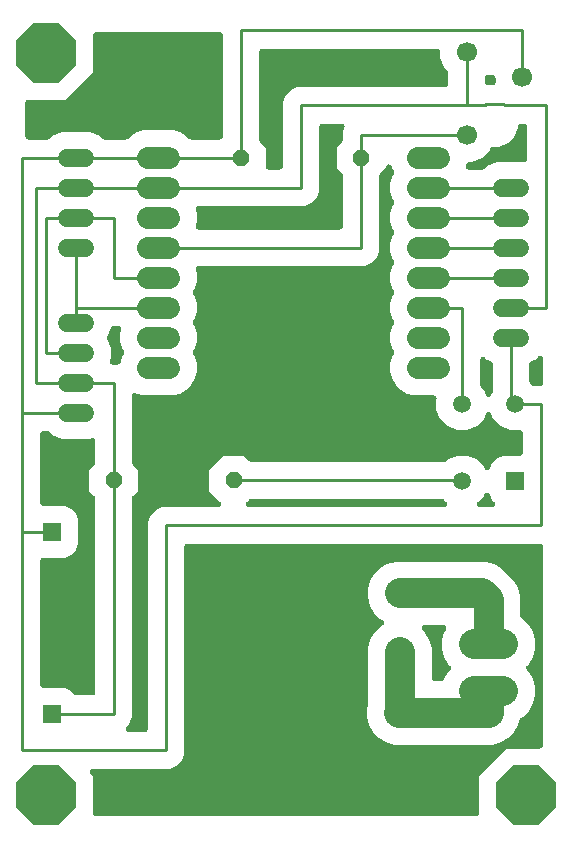
<source format=gbr>
G04 EAGLE Gerber X2 export*
%TF.Part,Single*%
%TF.FileFunction,Copper,L2,Bot,Mixed*%
%TF.FilePolarity,Positive*%
%TF.GenerationSoftware,Autodesk,EAGLE,8.7.1*%
%TF.CreationDate,2021-04-30T08:45:36Z*%
G75*
%MOMM*%
%FSLAX34Y34*%
%LPD*%
%AMOC8*
5,1,8,0,0,1.08239X$1,22.5*%
G01*
%ADD10R,1.524000X1.524000*%
%ADD11P,1.429621X8X22.500000*%
%ADD12C,1.498000*%
%ADD13R,1.498000X1.498000*%
%ADD14C,1.828800*%
%ADD15C,1.524000*%
%ADD16C,2.514600*%
%ADD17C,1.700000*%
%ADD18C,0.254000*%
%ADD19C,0.508000*%
%ADD20C,2.540000*%
%ADD21P,5.498541X8X22.500000*%

G36*
X669071Y77728D02*
X669071Y77728D01*
X669105Y77726D01*
X669294Y77748D01*
X669485Y77765D01*
X669518Y77774D01*
X669552Y77778D01*
X669735Y77833D01*
X669919Y77883D01*
X669950Y77898D01*
X669983Y77908D01*
X670154Y77995D01*
X670326Y78077D01*
X670354Y78097D01*
X670385Y78112D01*
X670537Y78228D01*
X670692Y78339D01*
X670716Y78364D01*
X670743Y78384D01*
X670872Y78524D01*
X671006Y78661D01*
X671025Y78690D01*
X671049Y78716D01*
X671151Y78877D01*
X671258Y79034D01*
X671272Y79066D01*
X671290Y79095D01*
X671363Y79272D01*
X671440Y79446D01*
X671448Y79480D01*
X671461Y79512D01*
X671501Y79699D01*
X671547Y79884D01*
X671549Y79918D01*
X671556Y79952D01*
X671575Y80264D01*
X671575Y111663D01*
X694787Y134875D01*
X722886Y134875D01*
X722921Y134878D01*
X722955Y134876D01*
X723144Y134898D01*
X723335Y134915D01*
X723368Y134924D01*
X723402Y134928D01*
X723585Y134983D01*
X723769Y135033D01*
X723800Y135048D01*
X723833Y135058D01*
X724004Y135145D01*
X724176Y135227D01*
X724204Y135247D01*
X724235Y135262D01*
X724387Y135378D01*
X724542Y135489D01*
X724566Y135514D01*
X724593Y135534D01*
X724722Y135674D01*
X724856Y135811D01*
X724875Y135840D01*
X724899Y135866D01*
X725001Y136027D01*
X725108Y136184D01*
X725122Y136216D01*
X725140Y136245D01*
X725213Y136422D01*
X725290Y136596D01*
X725298Y136630D01*
X725311Y136662D01*
X725351Y136848D01*
X725397Y137034D01*
X725399Y137068D01*
X725406Y137102D01*
X725425Y137414D01*
X725425Y305816D01*
X725422Y305851D01*
X725424Y305885D01*
X725402Y306074D01*
X725385Y306265D01*
X725376Y306298D01*
X725372Y306332D01*
X725317Y306515D01*
X725267Y306699D01*
X725252Y306730D01*
X725242Y306763D01*
X725155Y306934D01*
X725073Y307106D01*
X725053Y307134D01*
X725038Y307165D01*
X724922Y307317D01*
X724811Y307472D01*
X724786Y307496D01*
X724766Y307523D01*
X724626Y307652D01*
X724489Y307786D01*
X724460Y307805D01*
X724434Y307829D01*
X724273Y307931D01*
X724116Y308038D01*
X724084Y308052D01*
X724055Y308070D01*
X723878Y308143D01*
X723704Y308220D01*
X723670Y308228D01*
X723638Y308241D01*
X723451Y308281D01*
X723266Y308327D01*
X723232Y308329D01*
X723198Y308336D01*
X722886Y308355D01*
X424434Y308355D01*
X424399Y308352D01*
X424365Y308354D01*
X424176Y308332D01*
X423985Y308315D01*
X423952Y308306D01*
X423918Y308302D01*
X423735Y308247D01*
X423551Y308197D01*
X423520Y308182D01*
X423487Y308172D01*
X423316Y308085D01*
X423144Y308003D01*
X423116Y307983D01*
X423085Y307968D01*
X422933Y307852D01*
X422778Y307741D01*
X422754Y307716D01*
X422727Y307696D01*
X422598Y307556D01*
X422464Y307419D01*
X422445Y307390D01*
X422421Y307364D01*
X422319Y307203D01*
X422212Y307046D01*
X422198Y307014D01*
X422180Y306985D01*
X422107Y306808D01*
X422030Y306634D01*
X422022Y306600D01*
X422009Y306568D01*
X421969Y306381D01*
X421923Y306196D01*
X421921Y306162D01*
X421914Y306128D01*
X421895Y305816D01*
X421895Y130268D01*
X419536Y124573D01*
X415177Y120214D01*
X409482Y117855D01*
X344363Y117855D01*
X344233Y117844D01*
X344103Y117842D01*
X344010Y117824D01*
X343914Y117815D01*
X343789Y117781D01*
X343661Y117756D01*
X343572Y117722D01*
X343480Y117697D01*
X343363Y117641D01*
X343241Y117594D01*
X343159Y117544D01*
X343073Y117503D01*
X342968Y117428D01*
X342856Y117360D01*
X342785Y117297D01*
X342707Y117241D01*
X342617Y117148D01*
X342519Y117062D01*
X342460Y116987D01*
X342393Y116919D01*
X342320Y116811D01*
X342240Y116709D01*
X342195Y116625D01*
X342141Y116546D01*
X342089Y116427D01*
X342027Y116312D01*
X341998Y116221D01*
X341959Y116134D01*
X341928Y116007D01*
X341888Y115884D01*
X341875Y115789D01*
X341852Y115696D01*
X341844Y115567D01*
X341826Y115438D01*
X341830Y115342D01*
X341825Y115247D01*
X341840Y115118D01*
X341845Y114988D01*
X341866Y114895D01*
X341877Y114800D01*
X341914Y114675D01*
X341942Y114548D01*
X341979Y114460D01*
X342007Y114369D01*
X342066Y114253D01*
X342116Y114133D01*
X342168Y114053D01*
X342211Y113967D01*
X342290Y113864D01*
X342360Y113755D01*
X342446Y113657D01*
X342483Y113609D01*
X342516Y113578D01*
X342567Y113520D01*
X344425Y111663D01*
X344425Y80264D01*
X344428Y80229D01*
X344426Y80195D01*
X344448Y80006D01*
X344465Y79815D01*
X344474Y79782D01*
X344478Y79748D01*
X344533Y79565D01*
X344583Y79381D01*
X344598Y79350D01*
X344608Y79317D01*
X344695Y79146D01*
X344777Y78974D01*
X344797Y78946D01*
X344812Y78915D01*
X344928Y78763D01*
X345039Y78608D01*
X345064Y78584D01*
X345084Y78557D01*
X345224Y78428D01*
X345361Y78294D01*
X345390Y78275D01*
X345416Y78251D01*
X345577Y78149D01*
X345734Y78042D01*
X345766Y78028D01*
X345795Y78010D01*
X345972Y77937D01*
X346146Y77860D01*
X346180Y77852D01*
X346212Y77839D01*
X346399Y77799D01*
X346584Y77753D01*
X346618Y77751D01*
X346652Y77744D01*
X346964Y77725D01*
X669036Y77725D01*
X669071Y77728D01*
G37*
G36*
X388401Y148848D02*
X388401Y148848D01*
X388435Y148846D01*
X388624Y148868D01*
X388815Y148885D01*
X388848Y148894D01*
X388882Y148898D01*
X389065Y148953D01*
X389249Y149003D01*
X389280Y149018D01*
X389313Y149028D01*
X389484Y149115D01*
X389656Y149197D01*
X389684Y149217D01*
X389715Y149232D01*
X389867Y149348D01*
X390022Y149459D01*
X390046Y149484D01*
X390073Y149504D01*
X390202Y149644D01*
X390336Y149781D01*
X390355Y149810D01*
X390379Y149836D01*
X390481Y149997D01*
X390588Y150154D01*
X390602Y150186D01*
X390620Y150215D01*
X390693Y150392D01*
X390770Y150566D01*
X390778Y150600D01*
X390791Y150632D01*
X390831Y150819D01*
X390877Y151004D01*
X390879Y151038D01*
X390886Y151072D01*
X390905Y151384D01*
X390905Y326932D01*
X393264Y332627D01*
X397623Y336986D01*
X403318Y339345D01*
X450569Y339345D01*
X450698Y339356D01*
X450828Y339358D01*
X450922Y339376D01*
X451017Y339385D01*
X451143Y339419D01*
X451270Y339444D01*
X451360Y339478D01*
X451452Y339503D01*
X451569Y339559D01*
X451690Y339606D01*
X451772Y339656D01*
X451858Y339697D01*
X451964Y339772D01*
X452075Y339840D01*
X452147Y339903D01*
X452224Y339959D01*
X452315Y340052D01*
X452412Y340138D01*
X452472Y340213D01*
X452538Y340281D01*
X452611Y340389D01*
X452692Y340491D01*
X452737Y340575D01*
X452790Y340654D01*
X452843Y340773D01*
X452904Y340888D01*
X452934Y340979D01*
X452973Y341066D01*
X453004Y341193D01*
X453044Y341316D01*
X453057Y341411D01*
X453079Y341504D01*
X453087Y341633D01*
X453105Y341762D01*
X453101Y341858D01*
X453107Y341953D01*
X453092Y342082D01*
X453087Y342212D01*
X453066Y342305D01*
X453055Y342400D01*
X453017Y342525D01*
X452989Y342652D01*
X452952Y342740D01*
X452925Y342831D01*
X452866Y342947D01*
X452816Y343067D01*
X452764Y343148D01*
X452720Y343233D01*
X452642Y343336D01*
X452571Y343445D01*
X452485Y343543D01*
X452448Y343591D01*
X452415Y343622D01*
X452364Y343680D01*
X442721Y353322D01*
X442721Y370578D01*
X454922Y382779D01*
X472178Y382779D01*
X476768Y378188D01*
X476894Y378083D01*
X477015Y377971D01*
X477066Y377939D01*
X477113Y377900D01*
X477256Y377818D01*
X477395Y377730D01*
X477451Y377706D01*
X477504Y377676D01*
X477659Y377621D01*
X477811Y377559D01*
X477871Y377546D01*
X477928Y377525D01*
X478091Y377499D01*
X478251Y377464D01*
X478328Y377459D01*
X478373Y377452D01*
X478434Y377453D01*
X478563Y377445D01*
X641434Y377445D01*
X641597Y377459D01*
X641762Y377466D01*
X641821Y377479D01*
X641882Y377485D01*
X642041Y377528D01*
X642201Y377564D01*
X642258Y377587D01*
X642317Y377603D01*
X642465Y377674D01*
X642617Y377737D01*
X642668Y377770D01*
X642723Y377797D01*
X642857Y377892D01*
X642995Y377982D01*
X643053Y378033D01*
X643089Y378059D01*
X643132Y378102D01*
X643229Y378188D01*
X644650Y379609D01*
X652631Y382915D01*
X661269Y382915D01*
X669250Y379609D01*
X675359Y373500D01*
X675861Y372287D01*
X675922Y372172D01*
X675973Y372053D01*
X676026Y371973D01*
X676070Y371888D01*
X676149Y371785D01*
X676221Y371677D01*
X676287Y371608D01*
X676346Y371532D01*
X676442Y371445D01*
X676532Y371351D01*
X676609Y371295D01*
X676680Y371231D01*
X676790Y371162D01*
X676895Y371085D01*
X676981Y371043D01*
X677062Y370993D01*
X677183Y370945D01*
X677300Y370887D01*
X677392Y370861D01*
X677480Y370826D01*
X677608Y370800D01*
X677733Y370764D01*
X677828Y370755D01*
X677922Y370736D01*
X678052Y370733D01*
X678181Y370720D01*
X678276Y370727D01*
X678372Y370725D01*
X678500Y370745D01*
X678630Y370755D01*
X678722Y370779D01*
X678817Y370794D01*
X678940Y370836D01*
X679065Y370869D01*
X679152Y370909D01*
X679242Y370940D01*
X679356Y371004D01*
X679474Y371058D01*
X679552Y371113D01*
X679636Y371160D01*
X679736Y371242D01*
X679843Y371317D01*
X679910Y371384D01*
X679984Y371445D01*
X680069Y371544D01*
X680160Y371636D01*
X680214Y371714D01*
X680277Y371787D01*
X680342Y371900D01*
X680416Y372006D01*
X680473Y372123D01*
X680504Y372176D01*
X680519Y372218D01*
X680553Y372287D01*
X682401Y376748D01*
X686402Y380749D01*
X691631Y382915D01*
X705866Y382915D01*
X705901Y382918D01*
X705935Y382916D01*
X706124Y382938D01*
X706315Y382955D01*
X706348Y382964D01*
X706382Y382968D01*
X706565Y383023D01*
X706749Y383073D01*
X706780Y383088D01*
X706813Y383098D01*
X706984Y383185D01*
X707156Y383267D01*
X707184Y383287D01*
X707215Y383302D01*
X707367Y383418D01*
X707522Y383529D01*
X707546Y383554D01*
X707573Y383574D01*
X707702Y383714D01*
X707836Y383851D01*
X707855Y383880D01*
X707879Y383906D01*
X707981Y384067D01*
X708088Y384224D01*
X708102Y384256D01*
X708120Y384285D01*
X708193Y384462D01*
X708270Y384636D01*
X708278Y384670D01*
X708291Y384702D01*
X708331Y384889D01*
X708377Y385074D01*
X708379Y385108D01*
X708386Y385142D01*
X708405Y385454D01*
X708405Y401946D01*
X708402Y401981D01*
X708404Y402015D01*
X708382Y402204D01*
X708365Y402395D01*
X708356Y402428D01*
X708352Y402462D01*
X708297Y402645D01*
X708247Y402829D01*
X708232Y402860D01*
X708222Y402893D01*
X708135Y403064D01*
X708053Y403236D01*
X708033Y403264D01*
X708018Y403295D01*
X707902Y403447D01*
X707791Y403602D01*
X707766Y403626D01*
X707746Y403653D01*
X707606Y403782D01*
X707469Y403916D01*
X707440Y403935D01*
X707414Y403959D01*
X707253Y404061D01*
X707096Y404168D01*
X707064Y404182D01*
X707035Y404200D01*
X706858Y404273D01*
X706684Y404350D01*
X706650Y404358D01*
X706618Y404371D01*
X706431Y404411D01*
X706246Y404457D01*
X706212Y404459D01*
X706178Y404466D01*
X705866Y404485D01*
X697631Y404485D01*
X689650Y407791D01*
X683541Y413900D01*
X681796Y418113D01*
X681736Y418228D01*
X681684Y418348D01*
X681632Y418427D01*
X681587Y418512D01*
X681508Y418615D01*
X681436Y418723D01*
X681370Y418792D01*
X681312Y418868D01*
X681215Y418955D01*
X681125Y419049D01*
X681048Y419106D01*
X680977Y419170D01*
X680867Y419238D01*
X680762Y419315D01*
X680676Y419357D01*
X680595Y419407D01*
X680474Y419456D01*
X680358Y419513D01*
X680266Y419539D01*
X680177Y419574D01*
X680049Y419600D01*
X679924Y419636D01*
X679829Y419645D01*
X679736Y419664D01*
X679606Y419667D01*
X679476Y419680D01*
X679381Y419673D01*
X679286Y419675D01*
X679157Y419655D01*
X679027Y419645D01*
X678935Y419621D01*
X678841Y419606D01*
X678718Y419564D01*
X678592Y419531D01*
X678505Y419491D01*
X678415Y419460D01*
X678301Y419396D01*
X678183Y419342D01*
X678105Y419287D01*
X678022Y419240D01*
X677921Y419158D01*
X677814Y419083D01*
X677747Y419016D01*
X677673Y418955D01*
X677589Y418856D01*
X677497Y418764D01*
X677443Y418685D01*
X677381Y418613D01*
X677315Y418501D01*
X677241Y418394D01*
X677184Y418277D01*
X677153Y418224D01*
X677138Y418182D01*
X677104Y418113D01*
X675359Y413900D01*
X669250Y407791D01*
X661269Y404485D01*
X652631Y404485D01*
X644650Y407791D01*
X638541Y413900D01*
X635235Y421881D01*
X635235Y430574D01*
X635245Y430613D01*
X635288Y430750D01*
X635298Y430832D01*
X635317Y430912D01*
X635326Y431054D01*
X635344Y431196D01*
X635340Y431279D01*
X635345Y431361D01*
X635329Y431503D01*
X635321Y431646D01*
X635303Y431726D01*
X635293Y431808D01*
X635252Y431945D01*
X635219Y432085D01*
X635187Y432160D01*
X635163Y432239D01*
X635098Y432367D01*
X635041Y432498D01*
X634996Y432567D01*
X634958Y432641D01*
X634872Y432755D01*
X634793Y432874D01*
X634736Y432934D01*
X634686Y432999D01*
X634581Y433096D01*
X634483Y433200D01*
X634416Y433249D01*
X634355Y433305D01*
X634235Y433381D01*
X634119Y433466D01*
X634045Y433502D01*
X633976Y433546D01*
X633843Y433601D01*
X633715Y433663D01*
X633635Y433686D01*
X633559Y433717D01*
X633419Y433747D01*
X633282Y433787D01*
X633199Y433795D01*
X633119Y433812D01*
X632873Y433827D01*
X632834Y433831D01*
X632823Y433830D01*
X632807Y433831D01*
X616429Y433831D01*
X610486Y435424D01*
X605157Y438500D01*
X600806Y442851D01*
X597730Y448180D01*
X596137Y454123D01*
X596137Y460277D01*
X597730Y466220D01*
X599121Y468630D01*
X599141Y468672D01*
X599166Y468711D01*
X599236Y468876D01*
X599311Y469039D01*
X599323Y469083D01*
X599341Y469126D01*
X599380Y469301D01*
X599426Y469474D01*
X599429Y469520D01*
X599439Y469565D01*
X599447Y469744D01*
X599462Y469923D01*
X599457Y469969D01*
X599459Y470015D01*
X599435Y470192D01*
X599418Y470371D01*
X599405Y470416D01*
X599399Y470461D01*
X599344Y470632D01*
X599295Y470804D01*
X599275Y470846D01*
X599261Y470890D01*
X599121Y471170D01*
X597730Y473580D01*
X596137Y479523D01*
X596137Y485677D01*
X597730Y491620D01*
X599121Y494030D01*
X599141Y494072D01*
X599166Y494111D01*
X599236Y494276D01*
X599311Y494439D01*
X599323Y494483D01*
X599341Y494526D01*
X599380Y494701D01*
X599426Y494874D01*
X599429Y494920D01*
X599439Y494965D01*
X599447Y495144D01*
X599462Y495323D01*
X599457Y495369D01*
X599459Y495415D01*
X599435Y495592D01*
X599418Y495771D01*
X599405Y495816D01*
X599399Y495861D01*
X599344Y496032D01*
X599295Y496204D01*
X599275Y496246D01*
X599261Y496290D01*
X599121Y496570D01*
X597730Y498980D01*
X596137Y504923D01*
X596137Y511077D01*
X597730Y517020D01*
X599121Y519430D01*
X599141Y519472D01*
X599166Y519511D01*
X599236Y519676D01*
X599311Y519839D01*
X599323Y519883D01*
X599341Y519926D01*
X599380Y520101D01*
X599426Y520274D01*
X599429Y520320D01*
X599439Y520365D01*
X599447Y520544D01*
X599462Y520723D01*
X599457Y520769D01*
X599459Y520815D01*
X599435Y520992D01*
X599418Y521171D01*
X599405Y521216D01*
X599399Y521261D01*
X599344Y521432D01*
X599295Y521604D01*
X599275Y521646D01*
X599261Y521690D01*
X599121Y521970D01*
X597730Y524380D01*
X596137Y530323D01*
X596137Y536477D01*
X597730Y542420D01*
X599121Y544830D01*
X599141Y544872D01*
X599166Y544911D01*
X599236Y545076D01*
X599311Y545239D01*
X599323Y545283D01*
X599341Y545326D01*
X599380Y545501D01*
X599426Y545674D01*
X599429Y545720D01*
X599439Y545765D01*
X599447Y545944D01*
X599462Y546123D01*
X599457Y546169D01*
X599459Y546215D01*
X599435Y546392D01*
X599418Y546571D01*
X599405Y546616D01*
X599399Y546661D01*
X599344Y546832D01*
X599295Y547004D01*
X599275Y547046D01*
X599261Y547090D01*
X599121Y547370D01*
X597730Y549780D01*
X596137Y555723D01*
X596137Y561877D01*
X597730Y567820D01*
X599121Y570230D01*
X599141Y570272D01*
X599166Y570311D01*
X599236Y570476D01*
X599311Y570639D01*
X599323Y570683D01*
X599341Y570726D01*
X599380Y570901D01*
X599426Y571074D01*
X599429Y571120D01*
X599439Y571165D01*
X599447Y571344D01*
X599462Y571523D01*
X599457Y571569D01*
X599459Y571615D01*
X599435Y571792D01*
X599418Y571971D01*
X599405Y572016D01*
X599399Y572061D01*
X599344Y572232D01*
X599295Y572404D01*
X599275Y572446D01*
X599261Y572490D01*
X599121Y572770D01*
X597730Y575180D01*
X596137Y581123D01*
X596137Y587277D01*
X597730Y593220D01*
X599121Y595630D01*
X599141Y595672D01*
X599166Y595711D01*
X599236Y595876D01*
X599311Y596039D01*
X599323Y596083D01*
X599341Y596126D01*
X599380Y596301D01*
X599426Y596474D01*
X599429Y596520D01*
X599439Y596565D01*
X599447Y596744D01*
X599462Y596923D01*
X599457Y596969D01*
X599459Y597015D01*
X599435Y597192D01*
X599418Y597371D01*
X599405Y597416D01*
X599399Y597461D01*
X599344Y597632D01*
X599295Y597804D01*
X599275Y597846D01*
X599261Y597890D01*
X599121Y598170D01*
X597730Y600580D01*
X596137Y606523D01*
X596137Y612677D01*
X597730Y618620D01*
X599121Y621030D01*
X599141Y621072D01*
X599166Y621111D01*
X599236Y621276D01*
X599311Y621439D01*
X599323Y621483D01*
X599341Y621526D01*
X599380Y621701D01*
X599426Y621874D01*
X599429Y621920D01*
X599439Y621965D01*
X599447Y622144D01*
X599462Y622323D01*
X599457Y622369D01*
X599459Y622415D01*
X599435Y622592D01*
X599418Y622771D01*
X599405Y622816D01*
X599399Y622861D01*
X599344Y623032D01*
X599295Y623204D01*
X599275Y623246D01*
X599261Y623290D01*
X599121Y623570D01*
X597730Y625980D01*
X597321Y627507D01*
X597280Y627618D01*
X597249Y627733D01*
X597203Y627829D01*
X597166Y627930D01*
X597106Y628032D01*
X597055Y628139D01*
X596993Y628226D01*
X596939Y628319D01*
X596862Y628409D01*
X596793Y628505D01*
X596717Y628580D01*
X596647Y628661D01*
X596556Y628737D01*
X596471Y628819D01*
X596382Y628879D01*
X596299Y628947D01*
X596196Y629005D01*
X596098Y629071D01*
X596000Y629115D01*
X595906Y629167D01*
X595794Y629206D01*
X595686Y629254D01*
X595582Y629279D01*
X595481Y629314D01*
X595363Y629332D01*
X595248Y629360D01*
X595142Y629367D01*
X595036Y629383D01*
X594917Y629381D01*
X594799Y629388D01*
X594693Y629376D01*
X594586Y629373D01*
X594470Y629350D01*
X594352Y629336D01*
X594249Y629305D01*
X594144Y629284D01*
X594034Y629240D01*
X593921Y629206D01*
X593825Y629157D01*
X593726Y629118D01*
X593625Y629055D01*
X593519Y629001D01*
X593434Y628937D01*
X593343Y628880D01*
X593255Y628801D01*
X593161Y628729D01*
X593088Y628651D01*
X593009Y628579D01*
X592936Y628485D01*
X592855Y628398D01*
X592798Y628308D01*
X592732Y628223D01*
X592677Y628118D01*
X592614Y628018D01*
X592573Y627919D01*
X592523Y627825D01*
X592488Y627711D01*
X592443Y627602D01*
X592420Y627497D01*
X592388Y627395D01*
X592373Y627278D01*
X592348Y627162D01*
X592339Y627011D01*
X592331Y626948D01*
X592333Y626911D01*
X592329Y626850D01*
X592329Y626372D01*
X587738Y621782D01*
X587633Y621656D01*
X587521Y621535D01*
X587489Y621484D01*
X587450Y621437D01*
X587368Y621294D01*
X587280Y621155D01*
X587256Y621099D01*
X587226Y621046D01*
X587171Y620891D01*
X587109Y620739D01*
X587096Y620679D01*
X587075Y620622D01*
X587049Y620459D01*
X587014Y620299D01*
X587009Y620222D01*
X587002Y620177D01*
X587003Y620116D01*
X586995Y619987D01*
X586995Y555718D01*
X584636Y550023D01*
X580277Y545664D01*
X574582Y543305D01*
X434042Y543305D01*
X433901Y543293D01*
X433760Y543290D01*
X433677Y543273D01*
X433594Y543265D01*
X433457Y543228D01*
X433318Y543200D01*
X433240Y543169D01*
X433159Y543147D01*
X433032Y543086D01*
X432900Y543034D01*
X432828Y542989D01*
X432753Y542953D01*
X432638Y542871D01*
X432517Y542796D01*
X432455Y542740D01*
X432387Y542691D01*
X432288Y542590D01*
X432183Y542495D01*
X432131Y542429D01*
X432073Y542369D01*
X431993Y542251D01*
X431907Y542140D01*
X431868Y542065D01*
X431820Y541996D01*
X431763Y541866D01*
X431697Y541741D01*
X431672Y541661D01*
X431638Y541584D01*
X431605Y541446D01*
X431562Y541311D01*
X431551Y541228D01*
X431532Y541146D01*
X431523Y541005D01*
X431505Y540865D01*
X431509Y540781D01*
X431504Y540697D01*
X431520Y540556D01*
X431527Y540415D01*
X431549Y540306D01*
X431556Y540250D01*
X431571Y540200D01*
X431589Y540109D01*
X432563Y536477D01*
X432563Y530323D01*
X430970Y524380D01*
X429579Y521970D01*
X429559Y521928D01*
X429534Y521889D01*
X429464Y521724D01*
X429389Y521561D01*
X429377Y521517D01*
X429359Y521474D01*
X429320Y521299D01*
X429274Y521126D01*
X429271Y521080D01*
X429261Y521035D01*
X429253Y520856D01*
X429238Y520677D01*
X429243Y520631D01*
X429241Y520585D01*
X429265Y520408D01*
X429282Y520229D01*
X429295Y520185D01*
X429301Y520139D01*
X429356Y519968D01*
X429405Y519796D01*
X429425Y519754D01*
X429439Y519710D01*
X429579Y519430D01*
X430970Y517020D01*
X432563Y511077D01*
X432563Y504923D01*
X430970Y498980D01*
X429579Y496570D01*
X429559Y496528D01*
X429534Y496489D01*
X429464Y496324D01*
X429389Y496161D01*
X429377Y496117D01*
X429359Y496074D01*
X429320Y495899D01*
X429274Y495726D01*
X429271Y495680D01*
X429261Y495635D01*
X429253Y495456D01*
X429238Y495277D01*
X429243Y495231D01*
X429241Y495185D01*
X429265Y495008D01*
X429282Y494829D01*
X429295Y494785D01*
X429301Y494739D01*
X429356Y494568D01*
X429405Y494396D01*
X429425Y494354D01*
X429439Y494310D01*
X429579Y494030D01*
X430970Y491620D01*
X432563Y485677D01*
X432563Y479523D01*
X430970Y473580D01*
X429579Y471170D01*
X429559Y471128D01*
X429534Y471089D01*
X429464Y470924D01*
X429389Y470761D01*
X429377Y470717D01*
X429359Y470674D01*
X429320Y470499D01*
X429274Y470326D01*
X429271Y470280D01*
X429261Y470235D01*
X429253Y470056D01*
X429238Y469877D01*
X429243Y469831D01*
X429241Y469785D01*
X429265Y469608D01*
X429282Y469429D01*
X429295Y469385D01*
X429301Y469339D01*
X429356Y469168D01*
X429405Y468996D01*
X429425Y468954D01*
X429439Y468910D01*
X429579Y468630D01*
X430970Y466220D01*
X432563Y460277D01*
X432563Y454123D01*
X430970Y448180D01*
X427894Y442851D01*
X423543Y438500D01*
X418214Y435424D01*
X412271Y433831D01*
X387829Y433831D01*
X381886Y435424D01*
X381254Y435789D01*
X381233Y435799D01*
X381214Y435812D01*
X381028Y435894D01*
X380845Y435979D01*
X380823Y435984D01*
X380802Y435994D01*
X380605Y436042D01*
X380410Y436093D01*
X380387Y436095D01*
X380364Y436100D01*
X380163Y436113D01*
X379961Y436129D01*
X379938Y436127D01*
X379915Y436128D01*
X379714Y436105D01*
X379513Y436085D01*
X379491Y436079D01*
X379468Y436076D01*
X379273Y436017D01*
X379080Y435963D01*
X379059Y435953D01*
X379037Y435946D01*
X378856Y435854D01*
X378675Y435766D01*
X378656Y435752D01*
X378635Y435741D01*
X378475Y435619D01*
X378311Y435500D01*
X378295Y435483D01*
X378277Y435469D01*
X378140Y435321D01*
X378000Y435175D01*
X377987Y435155D01*
X377971Y435138D01*
X377863Y434968D01*
X377751Y434799D01*
X377742Y434778D01*
X377730Y434759D01*
X377653Y434571D01*
X377573Y434386D01*
X377567Y434363D01*
X377559Y434342D01*
X377516Y434144D01*
X377470Y433947D01*
X377469Y433924D01*
X377464Y433902D01*
X377445Y433590D01*
X377445Y376963D01*
X377459Y376800D01*
X377466Y376635D01*
X377479Y376576D01*
X377485Y376515D01*
X377528Y376356D01*
X377564Y376196D01*
X377587Y376139D01*
X377603Y376080D01*
X377674Y375932D01*
X377737Y375780D01*
X377770Y375729D01*
X377797Y375674D01*
X377892Y375540D01*
X377982Y375402D01*
X378033Y375344D01*
X378059Y375308D01*
X378102Y375265D01*
X378188Y375168D01*
X382779Y370578D01*
X382779Y353322D01*
X378188Y348732D01*
X378083Y348606D01*
X377971Y348485D01*
X377939Y348434D01*
X377900Y348387D01*
X377818Y348244D01*
X377730Y348105D01*
X377706Y348049D01*
X377676Y347996D01*
X377621Y347841D01*
X377559Y347689D01*
X377546Y347629D01*
X377525Y347572D01*
X377499Y347410D01*
X377464Y347249D01*
X377459Y347171D01*
X377452Y347127D01*
X377453Y347067D01*
X377445Y346937D01*
X377445Y161218D01*
X375086Y155523D01*
X372742Y153180D01*
X372659Y153080D01*
X372568Y152987D01*
X372515Y152907D01*
X372453Y152834D01*
X372389Y152721D01*
X372316Y152614D01*
X372277Y152526D01*
X372230Y152443D01*
X372187Y152321D01*
X372134Y152202D01*
X372111Y152109D01*
X372079Y152019D01*
X372058Y151891D01*
X372027Y151764D01*
X372021Y151669D01*
X372006Y151575D01*
X372008Y151445D01*
X372000Y151315D01*
X372011Y151220D01*
X372012Y151124D01*
X372037Y150997D01*
X372052Y150868D01*
X372079Y150776D01*
X372097Y150682D01*
X372144Y150561D01*
X372182Y150437D01*
X372225Y150351D01*
X372260Y150262D01*
X372327Y150151D01*
X372386Y150035D01*
X372444Y149959D01*
X372494Y149878D01*
X372580Y149780D01*
X372658Y149677D01*
X372729Y149612D01*
X372792Y149540D01*
X372894Y149460D01*
X372989Y149371D01*
X373070Y149320D01*
X373145Y149261D01*
X373260Y149200D01*
X373369Y149130D01*
X373458Y149093D01*
X373542Y149048D01*
X373666Y149008D01*
X373786Y148959D01*
X373879Y148939D01*
X373970Y148909D01*
X374099Y148891D01*
X374226Y148864D01*
X374356Y148856D01*
X374416Y148848D01*
X374461Y148849D01*
X374538Y148845D01*
X388366Y148845D01*
X388401Y148848D01*
G37*
%LPC*%
G36*
X599705Y138175D02*
X599705Y138175D01*
X592858Y140010D01*
X586718Y143555D01*
X581705Y148568D01*
X578160Y154708D01*
X576325Y161555D01*
X576325Y168645D01*
X577189Y171867D01*
X577219Y172040D01*
X577256Y172213D01*
X577260Y172274D01*
X577266Y172311D01*
X577266Y172374D01*
X577275Y172524D01*
X577275Y219845D01*
X579110Y226692D01*
X582655Y232832D01*
X587668Y237845D01*
X589843Y239101D01*
X589862Y239114D01*
X589883Y239124D01*
X590045Y239243D01*
X590211Y239360D01*
X590228Y239376D01*
X590246Y239390D01*
X590386Y239536D01*
X590528Y239680D01*
X590541Y239699D01*
X590557Y239715D01*
X590669Y239884D01*
X590784Y240050D01*
X590793Y240071D01*
X590806Y240091D01*
X590886Y240276D01*
X590970Y240460D01*
X590975Y240483D01*
X590985Y240504D01*
X591031Y240701D01*
X591080Y240897D01*
X591082Y240920D01*
X591087Y240942D01*
X591098Y241145D01*
X591112Y241346D01*
X591110Y241369D01*
X591111Y241392D01*
X591086Y241593D01*
X591064Y241794D01*
X591058Y241816D01*
X591055Y241839D01*
X590994Y242032D01*
X590938Y242226D01*
X590927Y242247D01*
X590921Y242269D01*
X590827Y242448D01*
X590737Y242629D01*
X590723Y242648D01*
X590713Y242668D01*
X590590Y242827D01*
X590468Y242990D01*
X590451Y243006D01*
X590437Y243024D01*
X590288Y243159D01*
X590140Y243298D01*
X590121Y243311D01*
X590103Y243326D01*
X589843Y243499D01*
X587668Y244755D01*
X582655Y249768D01*
X579110Y255908D01*
X577275Y262755D01*
X577275Y269845D01*
X579110Y276692D01*
X582655Y282832D01*
X587668Y287845D01*
X593808Y291390D01*
X600655Y293225D01*
X677045Y293225D01*
X683892Y291390D01*
X690032Y287845D01*
X700995Y276882D01*
X704540Y270742D01*
X706375Y263895D01*
X706375Y247135D01*
X706379Y247089D01*
X706376Y247043D01*
X706399Y246865D01*
X706415Y246687D01*
X706427Y246642D01*
X706433Y246597D01*
X706486Y246426D01*
X706533Y246253D01*
X706553Y246211D01*
X706567Y246167D01*
X706650Y246007D01*
X706727Y245846D01*
X706753Y245808D01*
X706775Y245767D01*
X706884Y245626D01*
X706989Y245480D01*
X707022Y245448D01*
X707050Y245411D01*
X707183Y245291D01*
X707311Y245166D01*
X707350Y245140D01*
X707384Y245109D01*
X707644Y244936D01*
X708477Y244456D01*
X713467Y239466D01*
X716995Y233356D01*
X718821Y226540D01*
X718821Y219484D01*
X716995Y212668D01*
X713467Y206558D01*
X711904Y204996D01*
X711882Y204969D01*
X711856Y204946D01*
X711738Y204797D01*
X711615Y204650D01*
X711598Y204620D01*
X711577Y204593D01*
X711486Y204425D01*
X711392Y204259D01*
X711380Y204227D01*
X711364Y204196D01*
X711305Y204015D01*
X711241Y203835D01*
X711235Y203801D01*
X711225Y203768D01*
X711199Y203579D01*
X711168Y203391D01*
X711168Y203356D01*
X711163Y203322D01*
X711171Y203131D01*
X711174Y202940D01*
X711180Y202906D01*
X711182Y202872D01*
X711223Y202686D01*
X711259Y202498D01*
X711272Y202466D01*
X711279Y202432D01*
X711353Y202257D01*
X711422Y202078D01*
X711440Y202049D01*
X711453Y202017D01*
X711556Y201857D01*
X711656Y201694D01*
X711678Y201668D01*
X711697Y201639D01*
X711904Y201404D01*
X713466Y199842D01*
X716995Y193732D01*
X718821Y186916D01*
X718821Y179860D01*
X716995Y173044D01*
X713467Y166934D01*
X708477Y161944D01*
X707024Y161106D01*
X706890Y161011D01*
X706751Y160923D01*
X706706Y160882D01*
X706656Y160847D01*
X706540Y160730D01*
X706419Y160619D01*
X706382Y160570D01*
X706339Y160527D01*
X706245Y160392D01*
X706146Y160261D01*
X706118Y160206D01*
X706083Y160156D01*
X706015Y160007D01*
X705940Y159860D01*
X705916Y159787D01*
X705897Y159746D01*
X705882Y159687D01*
X705841Y159564D01*
X704540Y154708D01*
X700995Y148568D01*
X695982Y143555D01*
X689842Y140010D01*
X682995Y138175D01*
X599705Y138175D01*
G37*
%LPD*%
G36*
X306294Y650509D02*
X306294Y650509D01*
X306458Y650516D01*
X306517Y650529D01*
X306578Y650535D01*
X306737Y650578D01*
X306898Y650614D01*
X306954Y650637D01*
X307013Y650653D01*
X307161Y650724D01*
X307313Y650787D01*
X307364Y650820D01*
X307419Y650847D01*
X307553Y650942D01*
X307691Y651032D01*
X307749Y651083D01*
X307785Y651109D01*
X307828Y651152D01*
X307925Y651238D01*
X310206Y653519D01*
X318235Y656845D01*
X342165Y656845D01*
X350194Y653519D01*
X352475Y651238D01*
X352601Y651133D01*
X352722Y651021D01*
X352773Y650989D01*
X352820Y650950D01*
X352963Y650868D01*
X353101Y650780D01*
X353158Y650756D01*
X353211Y650726D01*
X353366Y650671D01*
X353518Y650609D01*
X353578Y650596D01*
X353635Y650575D01*
X353797Y650549D01*
X353958Y650514D01*
X354035Y650509D01*
X354079Y650502D01*
X354140Y650503D01*
X354270Y650495D01*
X372301Y650495D01*
X372464Y650509D01*
X372629Y650516D01*
X372688Y650529D01*
X372749Y650535D01*
X372908Y650578D01*
X373068Y650614D01*
X373125Y650637D01*
X373183Y650653D01*
X373332Y650724D01*
X373484Y650787D01*
X373535Y650820D01*
X373590Y650847D01*
X373724Y650942D01*
X373862Y651032D01*
X373920Y651083D01*
X373956Y651109D01*
X373999Y651152D01*
X374096Y651238D01*
X376557Y653700D01*
X381886Y656776D01*
X387829Y658369D01*
X412271Y658369D01*
X418214Y656776D01*
X423543Y653700D01*
X426004Y651238D01*
X426130Y651133D01*
X426251Y651021D01*
X426303Y650989D01*
X426349Y650950D01*
X426492Y650868D01*
X426631Y650780D01*
X426687Y650756D01*
X426740Y650726D01*
X426895Y650671D01*
X427047Y650609D01*
X427107Y650596D01*
X427164Y650575D01*
X427327Y650549D01*
X427488Y650514D01*
X427565Y650509D01*
X427609Y650502D01*
X427669Y650503D01*
X427799Y650495D01*
X451866Y650495D01*
X451901Y650498D01*
X451935Y650496D01*
X452124Y650518D01*
X452315Y650535D01*
X452348Y650544D01*
X452382Y650548D01*
X452565Y650603D01*
X452749Y650653D01*
X452780Y650668D01*
X452813Y650678D01*
X452984Y650765D01*
X453156Y650847D01*
X453184Y650867D01*
X453215Y650882D01*
X453367Y650998D01*
X453522Y651109D01*
X453546Y651134D01*
X453573Y651154D01*
X453702Y651294D01*
X453836Y651431D01*
X453855Y651460D01*
X453879Y651486D01*
X453981Y651647D01*
X454088Y651804D01*
X454102Y651836D01*
X454120Y651865D01*
X454193Y652042D01*
X454270Y652216D01*
X454278Y652250D01*
X454291Y652282D01*
X454331Y652469D01*
X454377Y652654D01*
X454379Y652688D01*
X454386Y652722D01*
X454405Y653034D01*
X454405Y738786D01*
X454402Y738821D01*
X454404Y738855D01*
X454382Y739044D01*
X454365Y739235D01*
X454356Y739268D01*
X454352Y739302D01*
X454297Y739485D01*
X454247Y739669D01*
X454232Y739700D01*
X454222Y739733D01*
X454135Y739904D01*
X454053Y740076D01*
X454033Y740104D01*
X454018Y740135D01*
X453902Y740287D01*
X453791Y740442D01*
X453766Y740466D01*
X453746Y740493D01*
X453606Y740622D01*
X453469Y740756D01*
X453440Y740775D01*
X453414Y740799D01*
X453253Y740901D01*
X453096Y741008D01*
X453064Y741022D01*
X453035Y741040D01*
X452858Y741113D01*
X452684Y741190D01*
X452650Y741198D01*
X452618Y741211D01*
X452431Y741251D01*
X452246Y741297D01*
X452212Y741299D01*
X452178Y741306D01*
X451866Y741325D01*
X346964Y741325D01*
X346929Y741322D01*
X346895Y741324D01*
X346706Y741302D01*
X346515Y741285D01*
X346482Y741276D01*
X346448Y741272D01*
X346265Y741217D01*
X346081Y741167D01*
X346050Y741152D01*
X346017Y741142D01*
X345846Y741055D01*
X345674Y740973D01*
X345646Y740953D01*
X345615Y740938D01*
X345463Y740822D01*
X345308Y740711D01*
X345284Y740686D01*
X345257Y740666D01*
X345128Y740526D01*
X344994Y740389D01*
X344975Y740360D01*
X344951Y740334D01*
X344849Y740173D01*
X344742Y740016D01*
X344728Y739984D01*
X344710Y739955D01*
X344637Y739778D01*
X344560Y739604D01*
X344552Y739570D01*
X344539Y739538D01*
X344499Y739351D01*
X344453Y739166D01*
X344451Y739132D01*
X344444Y739098D01*
X344425Y738786D01*
X344425Y707487D01*
X321213Y684275D01*
X289814Y684275D01*
X289779Y684272D01*
X289745Y684274D01*
X289556Y684252D01*
X289365Y684235D01*
X289332Y684226D01*
X289298Y684222D01*
X289115Y684167D01*
X288931Y684117D01*
X288900Y684102D01*
X288867Y684092D01*
X288696Y684005D01*
X288524Y683923D01*
X288496Y683903D01*
X288465Y683888D01*
X288313Y683772D01*
X288158Y683661D01*
X288134Y683636D01*
X288107Y683616D01*
X287978Y683476D01*
X287844Y683339D01*
X287825Y683310D01*
X287801Y683284D01*
X287699Y683123D01*
X287592Y682966D01*
X287578Y682934D01*
X287560Y682905D01*
X287487Y682728D01*
X287410Y682554D01*
X287402Y682520D01*
X287389Y682488D01*
X287349Y682301D01*
X287303Y682116D01*
X287301Y682082D01*
X287294Y682048D01*
X287275Y681736D01*
X287275Y653034D01*
X287278Y652999D01*
X287276Y652965D01*
X287298Y652776D01*
X287315Y652585D01*
X287324Y652552D01*
X287328Y652518D01*
X287383Y652335D01*
X287433Y652151D01*
X287448Y652120D01*
X287458Y652087D01*
X287545Y651916D01*
X287627Y651744D01*
X287647Y651716D01*
X287662Y651685D01*
X287778Y651533D01*
X287889Y651378D01*
X287914Y651354D01*
X287934Y651327D01*
X288074Y651198D01*
X288211Y651064D01*
X288240Y651045D01*
X288266Y651021D01*
X288427Y650919D01*
X288584Y650812D01*
X288616Y650798D01*
X288645Y650780D01*
X288822Y650707D01*
X288996Y650630D01*
X289030Y650622D01*
X289062Y650609D01*
X289249Y650569D01*
X289434Y650523D01*
X289468Y650521D01*
X289502Y650514D01*
X289814Y650495D01*
X306130Y650495D01*
X306294Y650509D01*
G37*
G36*
X343951Y179798D02*
X343951Y179798D01*
X343985Y179796D01*
X344174Y179818D01*
X344365Y179835D01*
X344398Y179844D01*
X344432Y179848D01*
X344615Y179903D01*
X344799Y179953D01*
X344830Y179968D01*
X344863Y179978D01*
X345034Y180065D01*
X345206Y180147D01*
X345234Y180167D01*
X345265Y180182D01*
X345417Y180298D01*
X345572Y180409D01*
X345596Y180434D01*
X345623Y180454D01*
X345752Y180594D01*
X345886Y180731D01*
X345905Y180760D01*
X345929Y180786D01*
X346031Y180947D01*
X346138Y181104D01*
X346152Y181136D01*
X346170Y181165D01*
X346243Y181342D01*
X346320Y181516D01*
X346328Y181550D01*
X346341Y181582D01*
X346381Y181769D01*
X346427Y181954D01*
X346429Y181988D01*
X346436Y182022D01*
X346455Y182334D01*
X346455Y346937D01*
X346454Y346950D01*
X346454Y346954D01*
X346452Y346977D01*
X346441Y347100D01*
X346434Y347265D01*
X346421Y347324D01*
X346415Y347385D01*
X346372Y347544D01*
X346336Y347704D01*
X346313Y347761D01*
X346297Y347820D01*
X346226Y347968D01*
X346163Y348120D01*
X346130Y348171D01*
X346103Y348226D01*
X346008Y348360D01*
X345918Y348498D01*
X345867Y348556D01*
X345841Y348592D01*
X345798Y348635D01*
X345712Y348732D01*
X341121Y353322D01*
X341121Y370578D01*
X345712Y375168D01*
X345817Y375294D01*
X345929Y375415D01*
X345961Y375466D01*
X346000Y375513D01*
X346082Y375656D01*
X346170Y375795D01*
X346194Y375851D01*
X346224Y375904D01*
X346279Y376059D01*
X346341Y376211D01*
X346354Y376271D01*
X346375Y376328D01*
X346401Y376490D01*
X346436Y376651D01*
X346441Y376729D01*
X346448Y376773D01*
X346447Y376833D01*
X346455Y376963D01*
X346455Y395232D01*
X346448Y395314D01*
X346450Y395397D01*
X346428Y395538D01*
X346415Y395681D01*
X346394Y395760D01*
X346381Y395841D01*
X346335Y395977D01*
X346297Y396115D01*
X346261Y396189D01*
X346235Y396267D01*
X346165Y396393D01*
X346103Y396522D01*
X346056Y396588D01*
X346015Y396661D01*
X345925Y396771D01*
X345841Y396888D01*
X345782Y396945D01*
X345730Y397009D01*
X345621Y397102D01*
X345519Y397202D01*
X345450Y397248D01*
X345388Y397301D01*
X345264Y397373D01*
X345146Y397454D01*
X345070Y397487D01*
X344999Y397529D01*
X344865Y397578D01*
X344734Y397636D01*
X344654Y397656D01*
X344576Y397684D01*
X344435Y397709D01*
X344296Y397743D01*
X344214Y397748D01*
X344133Y397762D01*
X343990Y397762D01*
X343847Y397770D01*
X343765Y397761D01*
X343683Y397761D01*
X343542Y397735D01*
X343400Y397718D01*
X343321Y397694D01*
X343240Y397680D01*
X343007Y397600D01*
X342969Y397588D01*
X342959Y397583D01*
X342944Y397578D01*
X342165Y397255D01*
X318235Y397255D01*
X310206Y400581D01*
X307925Y402862D01*
X307799Y402967D01*
X307678Y403079D01*
X307627Y403111D01*
X307580Y403150D01*
X307437Y403232D01*
X307299Y403320D01*
X307242Y403344D01*
X307189Y403374D01*
X307034Y403429D01*
X306882Y403491D01*
X306822Y403504D01*
X306765Y403525D01*
X306603Y403551D01*
X306442Y403586D01*
X306365Y403591D01*
X306321Y403598D01*
X306260Y403597D01*
X306130Y403605D01*
X302514Y403605D01*
X302479Y403602D01*
X302445Y403604D01*
X302256Y403582D01*
X302065Y403565D01*
X302032Y403556D01*
X301998Y403552D01*
X301815Y403497D01*
X301631Y403447D01*
X301600Y403432D01*
X301567Y403422D01*
X301396Y403335D01*
X301224Y403253D01*
X301196Y403233D01*
X301165Y403218D01*
X301013Y403102D01*
X300858Y402991D01*
X300834Y402966D01*
X300807Y402946D01*
X300678Y402806D01*
X300544Y402669D01*
X300525Y402640D01*
X300501Y402614D01*
X300399Y402453D01*
X300292Y402296D01*
X300278Y402264D01*
X300260Y402235D01*
X300187Y402058D01*
X300110Y401884D01*
X300102Y401850D01*
X300089Y401818D01*
X300049Y401631D01*
X300003Y401446D01*
X300001Y401412D01*
X299994Y401378D01*
X299975Y401066D01*
X299975Y342684D01*
X299978Y342649D01*
X299976Y342615D01*
X299998Y342426D01*
X300015Y342235D01*
X300024Y342202D01*
X300028Y342168D01*
X300083Y341985D01*
X300133Y341801D01*
X300148Y341770D01*
X300158Y341737D01*
X300245Y341566D01*
X300327Y341394D01*
X300347Y341366D01*
X300362Y341335D01*
X300478Y341183D01*
X300589Y341028D01*
X300614Y341004D01*
X300634Y340977D01*
X300774Y340848D01*
X300911Y340714D01*
X300940Y340695D01*
X300966Y340671D01*
X301127Y340569D01*
X301284Y340462D01*
X301316Y340448D01*
X301345Y340430D01*
X301522Y340357D01*
X301696Y340280D01*
X301730Y340272D01*
X301762Y340259D01*
X301949Y340219D01*
X302134Y340173D01*
X302168Y340171D01*
X302202Y340164D01*
X302514Y340145D01*
X320649Y340145D01*
X325878Y337979D01*
X329879Y333978D01*
X332045Y328749D01*
X332045Y307851D01*
X329879Y302622D01*
X325878Y298621D01*
X320649Y296455D01*
X302514Y296455D01*
X302479Y296452D01*
X302445Y296454D01*
X302256Y296432D01*
X302065Y296415D01*
X302032Y296406D01*
X301998Y296402D01*
X301815Y296347D01*
X301631Y296297D01*
X301600Y296282D01*
X301567Y296272D01*
X301396Y296185D01*
X301224Y296103D01*
X301196Y296083D01*
X301165Y296068D01*
X301013Y295952D01*
X300858Y295841D01*
X300834Y295816D01*
X300807Y295796D01*
X300678Y295656D01*
X300544Y295519D01*
X300525Y295490D01*
X300501Y295464D01*
X300399Y295303D01*
X300292Y295146D01*
X300278Y295114D01*
X300260Y295085D01*
X300187Y294908D01*
X300110Y294734D01*
X300102Y294700D01*
X300089Y294668D01*
X300049Y294481D01*
X300003Y294296D01*
X300001Y294262D01*
X299994Y294228D01*
X299975Y293916D01*
X299975Y188684D01*
X299978Y188649D01*
X299976Y188615D01*
X299998Y188426D01*
X300015Y188235D01*
X300024Y188202D01*
X300028Y188168D01*
X300083Y187985D01*
X300133Y187801D01*
X300148Y187770D01*
X300158Y187737D01*
X300245Y187566D01*
X300327Y187394D01*
X300347Y187366D01*
X300362Y187335D01*
X300478Y187183D01*
X300589Y187028D01*
X300614Y187004D01*
X300634Y186977D01*
X300774Y186848D01*
X300911Y186714D01*
X300940Y186695D01*
X300966Y186671D01*
X301127Y186569D01*
X301284Y186462D01*
X301316Y186448D01*
X301345Y186430D01*
X301522Y186357D01*
X301696Y186280D01*
X301730Y186272D01*
X301762Y186259D01*
X301949Y186219D01*
X302134Y186173D01*
X302168Y186171D01*
X302202Y186164D01*
X302514Y186145D01*
X320649Y186145D01*
X325878Y183979D01*
X329318Y180538D01*
X329444Y180433D01*
X329565Y180321D01*
X329617Y180289D01*
X329664Y180250D01*
X329806Y180168D01*
X329945Y180080D01*
X330002Y180056D01*
X330055Y180026D01*
X330210Y179971D01*
X330362Y179909D01*
X330421Y179896D01*
X330479Y179875D01*
X330641Y179849D01*
X330802Y179814D01*
X330879Y179809D01*
X330923Y179802D01*
X330984Y179803D01*
X331114Y179795D01*
X343916Y179795D01*
X343951Y179798D01*
G37*
G36*
X502701Y625098D02*
X502701Y625098D01*
X502735Y625096D01*
X502924Y625118D01*
X503115Y625135D01*
X503148Y625144D01*
X503182Y625148D01*
X503365Y625203D01*
X503549Y625253D01*
X503580Y625268D01*
X503613Y625278D01*
X503784Y625365D01*
X503956Y625447D01*
X503984Y625467D01*
X504015Y625482D01*
X504167Y625598D01*
X504322Y625709D01*
X504346Y625734D01*
X504373Y625754D01*
X504502Y625894D01*
X504636Y626031D01*
X504655Y626060D01*
X504679Y626086D01*
X504781Y626247D01*
X504888Y626404D01*
X504902Y626436D01*
X504920Y626465D01*
X504993Y626642D01*
X505070Y626816D01*
X505078Y626850D01*
X505091Y626882D01*
X505131Y627069D01*
X505177Y627254D01*
X505179Y627288D01*
X505186Y627322D01*
X505205Y627634D01*
X505205Y682532D01*
X507564Y688227D01*
X511923Y692586D01*
X517618Y694945D01*
X642916Y694945D01*
X642951Y694948D01*
X642985Y694946D01*
X643174Y694968D01*
X643365Y694985D01*
X643398Y694994D01*
X643432Y694998D01*
X643615Y695053D01*
X643799Y695103D01*
X643830Y695118D01*
X643863Y695128D01*
X644034Y695215D01*
X644206Y695297D01*
X644234Y695317D01*
X644265Y695332D01*
X644417Y695448D01*
X644572Y695559D01*
X644596Y695584D01*
X644623Y695604D01*
X644752Y695744D01*
X644886Y695881D01*
X644905Y695910D01*
X644929Y695936D01*
X645031Y696097D01*
X645138Y696254D01*
X645152Y696286D01*
X645170Y696315D01*
X645243Y696492D01*
X645320Y696666D01*
X645328Y696700D01*
X645341Y696732D01*
X645381Y696919D01*
X645427Y697104D01*
X645429Y697138D01*
X645436Y697172D01*
X645455Y697484D01*
X645455Y706665D01*
X645441Y706829D01*
X645434Y706994D01*
X645421Y707053D01*
X645415Y707114D01*
X645372Y707273D01*
X645336Y707433D01*
X645313Y707489D01*
X645297Y707548D01*
X645226Y707697D01*
X645163Y707849D01*
X645130Y707900D01*
X645103Y707955D01*
X645008Y708088D01*
X644918Y708227D01*
X644867Y708284D01*
X644841Y708321D01*
X644798Y708364D01*
X644712Y708461D01*
X641685Y711487D01*
X638225Y719840D01*
X638225Y724916D01*
X638222Y724951D01*
X638224Y724985D01*
X638202Y725174D01*
X638185Y725365D01*
X638176Y725398D01*
X638172Y725432D01*
X638117Y725615D01*
X638067Y725799D01*
X638052Y725830D01*
X638042Y725863D01*
X637955Y726034D01*
X637873Y726206D01*
X637853Y726234D01*
X637838Y726265D01*
X637722Y726417D01*
X637611Y726572D01*
X637586Y726596D01*
X637566Y726623D01*
X637426Y726752D01*
X637289Y726886D01*
X637260Y726905D01*
X637234Y726929D01*
X637073Y727031D01*
X636916Y727138D01*
X636884Y727152D01*
X636855Y727170D01*
X636678Y727243D01*
X636504Y727320D01*
X636470Y727328D01*
X636438Y727341D01*
X636251Y727381D01*
X636066Y727427D01*
X636032Y727429D01*
X635998Y727436D01*
X635686Y727455D01*
X487934Y727455D01*
X487899Y727452D01*
X487865Y727454D01*
X487676Y727432D01*
X487485Y727415D01*
X487452Y727406D01*
X487418Y727402D01*
X487235Y727347D01*
X487051Y727297D01*
X487020Y727282D01*
X486987Y727272D01*
X486816Y727185D01*
X486644Y727103D01*
X486616Y727083D01*
X486585Y727068D01*
X486433Y726952D01*
X486278Y726841D01*
X486254Y726816D01*
X486227Y726796D01*
X486098Y726656D01*
X485964Y726519D01*
X485945Y726490D01*
X485921Y726464D01*
X485819Y726303D01*
X485712Y726146D01*
X485698Y726114D01*
X485680Y726085D01*
X485607Y725908D01*
X485530Y725734D01*
X485522Y725700D01*
X485509Y725668D01*
X485469Y725481D01*
X485423Y725296D01*
X485421Y725262D01*
X485414Y725228D01*
X485395Y724916D01*
X485395Y650013D01*
X485409Y649850D01*
X485416Y649685D01*
X485429Y649626D01*
X485435Y649565D01*
X485478Y649406D01*
X485514Y649246D01*
X485537Y649189D01*
X485553Y649130D01*
X485624Y648982D01*
X485687Y648830D01*
X485720Y648779D01*
X485747Y648724D01*
X485842Y648590D01*
X485932Y648452D01*
X485983Y648394D01*
X486009Y648358D01*
X486052Y648315D01*
X486138Y648218D01*
X490729Y643628D01*
X490729Y627634D01*
X490732Y627599D01*
X490730Y627565D01*
X490752Y627376D01*
X490769Y627185D01*
X490778Y627152D01*
X490782Y627118D01*
X490837Y626935D01*
X490887Y626751D01*
X490902Y626720D01*
X490912Y626687D01*
X490999Y626516D01*
X491081Y626344D01*
X491101Y626316D01*
X491116Y626285D01*
X491232Y626133D01*
X491343Y625978D01*
X491368Y625954D01*
X491388Y625927D01*
X491528Y625798D01*
X491665Y625664D01*
X491694Y625645D01*
X491720Y625621D01*
X491881Y625519D01*
X492038Y625412D01*
X492070Y625398D01*
X492099Y625380D01*
X492276Y625307D01*
X492450Y625230D01*
X492484Y625222D01*
X492516Y625209D01*
X492703Y625169D01*
X492888Y625123D01*
X492922Y625121D01*
X492956Y625114D01*
X493268Y625095D01*
X502666Y625095D01*
X502701Y625098D01*
G37*
G36*
X553501Y574298D02*
X553501Y574298D01*
X553535Y574296D01*
X553724Y574318D01*
X553915Y574335D01*
X553948Y574344D01*
X553982Y574348D01*
X554165Y574403D01*
X554349Y574453D01*
X554380Y574468D01*
X554413Y574478D01*
X554584Y574565D01*
X554756Y574647D01*
X554784Y574667D01*
X554815Y574682D01*
X554967Y574798D01*
X555122Y574909D01*
X555146Y574934D01*
X555173Y574954D01*
X555302Y575094D01*
X555436Y575231D01*
X555455Y575260D01*
X555479Y575286D01*
X555581Y575447D01*
X555688Y575604D01*
X555702Y575636D01*
X555720Y575665D01*
X555793Y575842D01*
X555870Y576016D01*
X555878Y576050D01*
X555891Y576082D01*
X555931Y576269D01*
X555977Y576454D01*
X555979Y576488D01*
X555986Y576522D01*
X556005Y576834D01*
X556005Y619987D01*
X555991Y620150D01*
X555984Y620315D01*
X555971Y620374D01*
X555965Y620435D01*
X555922Y620594D01*
X555886Y620754D01*
X555863Y620811D01*
X555847Y620870D01*
X555776Y621018D01*
X555713Y621170D01*
X555680Y621221D01*
X555653Y621276D01*
X555558Y621410D01*
X555468Y621548D01*
X555417Y621606D01*
X555391Y621642D01*
X555348Y621685D01*
X555262Y621782D01*
X550671Y626372D01*
X550671Y643628D01*
X555262Y648218D01*
X555367Y648344D01*
X555479Y648465D01*
X555511Y648516D01*
X555550Y648563D01*
X555632Y648706D01*
X555720Y648845D01*
X555744Y648901D01*
X555774Y648954D01*
X555829Y649109D01*
X555891Y649261D01*
X555904Y649321D01*
X555925Y649378D01*
X555951Y649541D01*
X555986Y649701D01*
X555991Y649778D01*
X555998Y649823D01*
X555997Y649884D01*
X556005Y650013D01*
X556005Y657282D01*
X557315Y660444D01*
X557340Y660523D01*
X557373Y660598D01*
X557407Y660737D01*
X557450Y660874D01*
X557460Y660956D01*
X557480Y661036D01*
X557489Y661178D01*
X557507Y661321D01*
X557502Y661403D01*
X557507Y661485D01*
X557491Y661627D01*
X557484Y661770D01*
X557465Y661850D01*
X557455Y661932D01*
X557414Y662070D01*
X557381Y662209D01*
X557349Y662284D01*
X557325Y662363D01*
X557260Y662491D01*
X557204Y662622D01*
X557158Y662691D01*
X557121Y662765D01*
X557034Y662879D01*
X556955Y662998D01*
X556899Y663058D01*
X556849Y663123D01*
X556743Y663220D01*
X556645Y663324D01*
X556578Y663373D01*
X556518Y663429D01*
X556397Y663506D01*
X556281Y663590D01*
X556207Y663626D01*
X556138Y663670D01*
X556005Y663725D01*
X555877Y663788D01*
X555797Y663810D01*
X555721Y663841D01*
X555581Y663871D01*
X555444Y663911D01*
X555362Y663919D01*
X555281Y663936D01*
X555035Y663951D01*
X554996Y663955D01*
X554985Y663954D01*
X554969Y663955D01*
X538734Y663955D01*
X538699Y663952D01*
X538665Y663954D01*
X538476Y663932D01*
X538285Y663915D01*
X538252Y663906D01*
X538218Y663902D01*
X538035Y663847D01*
X537851Y663797D01*
X537820Y663782D01*
X537787Y663772D01*
X537616Y663685D01*
X537444Y663603D01*
X537416Y663583D01*
X537385Y663568D01*
X537233Y663452D01*
X537078Y663341D01*
X537054Y663316D01*
X537027Y663296D01*
X536898Y663156D01*
X536764Y663019D01*
X536745Y662990D01*
X536721Y662964D01*
X536619Y662803D01*
X536512Y662646D01*
X536498Y662614D01*
X536480Y662585D01*
X536407Y662408D01*
X536330Y662234D01*
X536322Y662200D01*
X536309Y662168D01*
X536269Y661981D01*
X536223Y661796D01*
X536221Y661762D01*
X536214Y661728D01*
X536195Y661416D01*
X536195Y606518D01*
X533836Y600823D01*
X529477Y596464D01*
X523782Y594105D01*
X434042Y594105D01*
X433901Y594093D01*
X433760Y594090D01*
X433677Y594073D01*
X433594Y594065D01*
X433457Y594028D01*
X433318Y594000D01*
X433240Y593969D01*
X433159Y593947D01*
X433032Y593886D01*
X432900Y593834D01*
X432828Y593789D01*
X432753Y593753D01*
X432638Y593671D01*
X432517Y593596D01*
X432455Y593540D01*
X432387Y593491D01*
X432288Y593390D01*
X432183Y593295D01*
X432131Y593229D01*
X432073Y593169D01*
X431993Y593051D01*
X431907Y592940D01*
X431868Y592865D01*
X431820Y592796D01*
X431763Y592666D01*
X431697Y592541D01*
X431672Y592461D01*
X431638Y592384D01*
X431605Y592246D01*
X431562Y592111D01*
X431551Y592028D01*
X431532Y591946D01*
X431523Y591805D01*
X431505Y591665D01*
X431509Y591581D01*
X431504Y591497D01*
X431520Y591356D01*
X431527Y591215D01*
X431549Y591106D01*
X431556Y591050D01*
X431571Y591000D01*
X431589Y590909D01*
X432563Y587277D01*
X432563Y581123D01*
X431589Y577491D01*
X431565Y577352D01*
X431532Y577214D01*
X431526Y577131D01*
X431512Y577048D01*
X431513Y576906D01*
X431504Y576765D01*
X431514Y576682D01*
X431514Y576597D01*
X431540Y576458D01*
X431556Y576318D01*
X431580Y576237D01*
X431596Y576155D01*
X431645Y576022D01*
X431686Y575887D01*
X431724Y575812D01*
X431754Y575733D01*
X431826Y575611D01*
X431891Y575485D01*
X431941Y575419D01*
X431984Y575346D01*
X432077Y575239D01*
X432163Y575127D01*
X432224Y575070D01*
X432279Y575006D01*
X432390Y574917D01*
X432494Y574821D01*
X432565Y574776D01*
X432630Y574724D01*
X432754Y574656D01*
X432874Y574580D01*
X432951Y574548D01*
X433025Y574507D01*
X433159Y574462D01*
X433290Y574409D01*
X433372Y574391D01*
X433452Y574364D01*
X433592Y574344D01*
X433730Y574314D01*
X433841Y574307D01*
X433897Y574299D01*
X433949Y574300D01*
X434042Y574295D01*
X553466Y574295D01*
X553501Y574298D01*
G37*
G36*
X642095Y339356D02*
X642095Y339356D01*
X642225Y339358D01*
X642319Y339376D01*
X642414Y339385D01*
X642540Y339419D01*
X642667Y339444D01*
X642757Y339478D01*
X642849Y339503D01*
X642966Y339559D01*
X643087Y339606D01*
X643169Y339656D01*
X643255Y339697D01*
X643361Y339772D01*
X643472Y339840D01*
X643544Y339903D01*
X643621Y339959D01*
X643712Y340052D01*
X643809Y340138D01*
X643869Y340213D01*
X643935Y340281D01*
X644008Y340389D01*
X644089Y340491D01*
X644134Y340575D01*
X644187Y340654D01*
X644240Y340773D01*
X644301Y340888D01*
X644331Y340979D01*
X644370Y341066D01*
X644401Y341193D01*
X644441Y341316D01*
X644454Y341411D01*
X644476Y341504D01*
X644484Y341633D01*
X644502Y341762D01*
X644498Y341858D01*
X644504Y341953D01*
X644489Y342082D01*
X644484Y342212D01*
X644463Y342305D01*
X644452Y342400D01*
X644414Y342525D01*
X644386Y342652D01*
X644349Y342740D01*
X644322Y342831D01*
X644263Y342947D01*
X644212Y343067D01*
X644161Y343147D01*
X644117Y343233D01*
X644039Y343336D01*
X643968Y343445D01*
X643882Y343543D01*
X643845Y343591D01*
X643812Y343622D01*
X643761Y343680D01*
X641729Y345712D01*
X641603Y345817D01*
X641482Y345929D01*
X641431Y345961D01*
X641384Y346000D01*
X641241Y346082D01*
X641102Y346170D01*
X641046Y346194D01*
X640993Y346224D01*
X640838Y346279D01*
X640686Y346341D01*
X640626Y346354D01*
X640569Y346375D01*
X640406Y346401D01*
X640246Y346436D01*
X640169Y346441D01*
X640124Y346448D01*
X640063Y346447D01*
X639934Y346455D01*
X478563Y346455D01*
X478400Y346441D01*
X478235Y346434D01*
X478176Y346421D01*
X478115Y346415D01*
X477956Y346372D01*
X477796Y346336D01*
X477739Y346313D01*
X477680Y346297D01*
X477532Y346226D01*
X477380Y346163D01*
X477329Y346130D01*
X477274Y346103D01*
X477141Y346008D01*
X477002Y345919D01*
X476944Y345867D01*
X476908Y345841D01*
X476865Y345798D01*
X476768Y345712D01*
X474736Y343680D01*
X474652Y343580D01*
X474562Y343487D01*
X474508Y343407D01*
X474447Y343334D01*
X474382Y343221D01*
X474310Y343114D01*
X474271Y343026D01*
X474223Y342943D01*
X474180Y342821D01*
X474127Y342702D01*
X474105Y342609D01*
X474073Y342519D01*
X474051Y342391D01*
X474021Y342264D01*
X474015Y342169D01*
X473999Y342075D01*
X474001Y341945D01*
X473993Y341815D01*
X474004Y341720D01*
X474005Y341624D01*
X474030Y341497D01*
X474045Y341368D01*
X474073Y341276D01*
X474091Y341182D01*
X474138Y341061D01*
X474175Y340937D01*
X474219Y340851D01*
X474253Y340762D01*
X474321Y340651D01*
X474380Y340535D01*
X474437Y340459D01*
X474487Y340378D01*
X474573Y340280D01*
X474652Y340177D01*
X474722Y340112D01*
X474785Y340040D01*
X474887Y339960D01*
X474983Y339871D01*
X475063Y339820D01*
X475138Y339761D01*
X475253Y339699D01*
X475363Y339630D01*
X475451Y339593D01*
X475535Y339548D01*
X475659Y339508D01*
X475779Y339459D01*
X475873Y339439D01*
X475963Y339409D01*
X476092Y339391D01*
X476219Y339364D01*
X476349Y339356D01*
X476409Y339348D01*
X476454Y339349D01*
X476531Y339345D01*
X641966Y339345D01*
X642095Y339356D01*
G37*
G36*
X674594Y625109D02*
X674594Y625109D01*
X674758Y625116D01*
X674817Y625129D01*
X674878Y625135D01*
X675037Y625178D01*
X675198Y625214D01*
X675254Y625237D01*
X675313Y625253D01*
X675461Y625324D01*
X675613Y625387D01*
X675664Y625420D01*
X675719Y625447D01*
X675853Y625542D01*
X675991Y625632D01*
X676049Y625683D01*
X676085Y625709D01*
X676128Y625752D01*
X676225Y625838D01*
X678506Y628119D01*
X686535Y631445D01*
X709676Y631445D01*
X709711Y631448D01*
X709745Y631446D01*
X709934Y631468D01*
X710125Y631485D01*
X710158Y631494D01*
X710192Y631498D01*
X710375Y631553D01*
X710559Y631603D01*
X710590Y631618D01*
X710623Y631628D01*
X710794Y631715D01*
X710966Y631797D01*
X710994Y631817D01*
X711025Y631832D01*
X711177Y631948D01*
X711332Y632059D01*
X711356Y632084D01*
X711383Y632104D01*
X711512Y632244D01*
X711646Y632381D01*
X711665Y632410D01*
X711689Y632436D01*
X711791Y632597D01*
X711898Y632754D01*
X711912Y632786D01*
X711930Y632815D01*
X712003Y632992D01*
X712080Y633166D01*
X712088Y633200D01*
X712101Y633232D01*
X712141Y633419D01*
X712187Y633604D01*
X712189Y633638D01*
X712196Y633672D01*
X712215Y633984D01*
X712215Y661416D01*
X712212Y661451D01*
X712214Y661485D01*
X712192Y661674D01*
X712175Y661865D01*
X712166Y661898D01*
X712162Y661932D01*
X712107Y662115D01*
X712057Y662299D01*
X712042Y662330D01*
X712032Y662363D01*
X711945Y662534D01*
X711863Y662706D01*
X711843Y662734D01*
X711828Y662765D01*
X711712Y662917D01*
X711601Y663072D01*
X711576Y663096D01*
X711556Y663123D01*
X711416Y663252D01*
X711279Y663386D01*
X711250Y663405D01*
X711224Y663429D01*
X711063Y663531D01*
X710906Y663638D01*
X710874Y663652D01*
X710845Y663670D01*
X710668Y663743D01*
X710494Y663820D01*
X710460Y663828D01*
X710428Y663841D01*
X710241Y663881D01*
X710056Y663927D01*
X710022Y663929D01*
X709988Y663936D01*
X709676Y663955D01*
X706794Y663955D01*
X706759Y663952D01*
X706725Y663954D01*
X706536Y663932D01*
X706345Y663915D01*
X706312Y663906D01*
X706278Y663902D01*
X706095Y663847D01*
X705911Y663797D01*
X705880Y663782D01*
X705847Y663772D01*
X705676Y663685D01*
X705504Y663603D01*
X705476Y663583D01*
X705445Y663568D01*
X705293Y663452D01*
X705138Y663341D01*
X705114Y663316D01*
X705087Y663296D01*
X704958Y663156D01*
X704824Y663019D01*
X704805Y662990D01*
X704781Y662964D01*
X704679Y662803D01*
X704572Y662646D01*
X704558Y662614D01*
X704540Y662585D01*
X704467Y662408D01*
X704390Y662234D01*
X704382Y662200D01*
X704369Y662168D01*
X704329Y661981D01*
X704283Y661796D01*
X704281Y661762D01*
X704274Y661728D01*
X704255Y661416D01*
X704255Y659976D01*
X701252Y652727D01*
X695703Y647178D01*
X688454Y644175D01*
X683091Y644175D01*
X682880Y644156D01*
X682669Y644140D01*
X682656Y644137D01*
X682643Y644135D01*
X682437Y644079D01*
X682233Y644026D01*
X682221Y644020D01*
X682208Y644017D01*
X682018Y643926D01*
X681825Y643837D01*
X681814Y643829D01*
X681802Y643823D01*
X681630Y643701D01*
X681456Y643578D01*
X681447Y643569D01*
X681436Y643561D01*
X681287Y643409D01*
X681138Y643259D01*
X681131Y643248D01*
X681122Y643239D01*
X681003Y643063D01*
X680883Y642889D01*
X680876Y642874D01*
X680870Y642866D01*
X680854Y642830D01*
X680745Y642608D01*
X680215Y641328D01*
X673822Y634935D01*
X665470Y631475D01*
X662991Y631475D01*
X662839Y631462D01*
X662686Y631457D01*
X662615Y631442D01*
X662543Y631435D01*
X662395Y631395D01*
X662245Y631363D01*
X662178Y631336D01*
X662108Y631317D01*
X661970Y631251D01*
X661828Y631193D01*
X661767Y631154D01*
X661702Y631123D01*
X661578Y631035D01*
X661448Y630953D01*
X661394Y630904D01*
X661335Y630861D01*
X661229Y630752D01*
X661116Y630648D01*
X661072Y630591D01*
X661021Y630539D01*
X660936Y630412D01*
X660843Y630290D01*
X660810Y630226D01*
X660769Y630166D01*
X660707Y630026D01*
X660638Y629890D01*
X660608Y629801D01*
X660587Y629754D01*
X660574Y629699D01*
X660538Y629593D01*
X660189Y628291D01*
X660165Y628152D01*
X660132Y628014D01*
X660126Y627931D01*
X660112Y627848D01*
X660113Y627706D01*
X660104Y627565D01*
X660114Y627482D01*
X660114Y627397D01*
X660140Y627258D01*
X660156Y627118D01*
X660180Y627037D01*
X660195Y626955D01*
X660245Y626822D01*
X660286Y626687D01*
X660324Y626612D01*
X660354Y626533D01*
X660426Y626412D01*
X660491Y626285D01*
X660541Y626219D01*
X660584Y626146D01*
X660677Y626039D01*
X660763Y625927D01*
X660824Y625870D01*
X660879Y625806D01*
X660990Y625718D01*
X661094Y625621D01*
X661165Y625576D01*
X661230Y625524D01*
X661354Y625456D01*
X661474Y625380D01*
X661551Y625348D01*
X661625Y625307D01*
X661759Y625262D01*
X661890Y625209D01*
X661972Y625191D01*
X662052Y625164D01*
X662192Y625144D01*
X662330Y625114D01*
X662441Y625107D01*
X662497Y625099D01*
X662549Y625100D01*
X662642Y625095D01*
X674430Y625095D01*
X674594Y625109D01*
G37*
G36*
X639652Y192038D02*
X639652Y192038D01*
X639805Y192043D01*
X639876Y192058D01*
X639948Y192065D01*
X640096Y192105D01*
X640246Y192137D01*
X640313Y192164D01*
X640383Y192183D01*
X640521Y192249D01*
X640663Y192307D01*
X640724Y192346D01*
X640789Y192377D01*
X640914Y192466D01*
X641043Y192548D01*
X641096Y192596D01*
X641155Y192639D01*
X641262Y192748D01*
X641375Y192852D01*
X641419Y192909D01*
X641469Y192961D01*
X641555Y193088D01*
X641648Y193210D01*
X641681Y193274D01*
X641721Y193334D01*
X641783Y193474D01*
X641853Y193611D01*
X641877Y193683D01*
X645434Y199842D01*
X646996Y201404D01*
X647018Y201431D01*
X647044Y201454D01*
X647162Y201603D01*
X647285Y201750D01*
X647302Y201780D01*
X647323Y201807D01*
X647413Y201975D01*
X647508Y202141D01*
X647520Y202173D01*
X647536Y202204D01*
X647595Y202385D01*
X647659Y202565D01*
X647665Y202599D01*
X647675Y202632D01*
X647701Y202821D01*
X647732Y203009D01*
X647732Y203044D01*
X647737Y203078D01*
X647729Y203269D01*
X647726Y203459D01*
X647720Y203494D01*
X647718Y203528D01*
X647677Y203714D01*
X647641Y203902D01*
X647628Y203934D01*
X647621Y203968D01*
X647547Y204144D01*
X647478Y204322D01*
X647460Y204351D01*
X647447Y204383D01*
X647343Y204544D01*
X647244Y204706D01*
X647222Y204732D01*
X647203Y204761D01*
X646996Y204996D01*
X645433Y206558D01*
X641905Y212668D01*
X640079Y219484D01*
X640079Y226540D01*
X641905Y233356D01*
X643182Y235566D01*
X643192Y235587D01*
X643205Y235606D01*
X643286Y235791D01*
X643372Y235975D01*
X643377Y235997D01*
X643387Y236018D01*
X643435Y236215D01*
X643486Y236410D01*
X643488Y236433D01*
X643493Y236456D01*
X643506Y236657D01*
X643522Y236859D01*
X643520Y236882D01*
X643521Y236905D01*
X643498Y237106D01*
X643478Y237307D01*
X643472Y237329D01*
X643469Y237352D01*
X643410Y237547D01*
X643356Y237740D01*
X643346Y237761D01*
X643339Y237783D01*
X643247Y237963D01*
X643159Y238145D01*
X643145Y238164D01*
X643134Y238185D01*
X643012Y238345D01*
X642893Y238509D01*
X642876Y238525D01*
X642862Y238543D01*
X642713Y238681D01*
X642568Y238820D01*
X642548Y238833D01*
X642531Y238849D01*
X642360Y238957D01*
X642192Y239069D01*
X642171Y239078D01*
X642152Y239090D01*
X641965Y239167D01*
X641779Y239247D01*
X641756Y239253D01*
X641735Y239261D01*
X641537Y239304D01*
X641340Y239350D01*
X641318Y239351D01*
X641295Y239356D01*
X640983Y239375D01*
X625332Y239375D01*
X625203Y239364D01*
X625073Y239362D01*
X624979Y239344D01*
X624884Y239335D01*
X624758Y239301D01*
X624631Y239276D01*
X624542Y239242D01*
X624449Y239217D01*
X624332Y239161D01*
X624211Y239114D01*
X624129Y239064D01*
X624043Y239023D01*
X623937Y238948D01*
X623826Y238880D01*
X623754Y238817D01*
X623677Y238761D01*
X623586Y238668D01*
X623489Y238582D01*
X623429Y238507D01*
X623363Y238439D01*
X623290Y238331D01*
X623209Y238229D01*
X623164Y238145D01*
X623111Y238066D01*
X623058Y237947D01*
X622997Y237832D01*
X622967Y237741D01*
X622928Y237654D01*
X622898Y237527D01*
X622857Y237404D01*
X622844Y237309D01*
X622822Y237216D01*
X622814Y237087D01*
X622796Y236958D01*
X622800Y236862D01*
X622794Y236767D01*
X622809Y236638D01*
X622814Y236508D01*
X622835Y236415D01*
X622846Y236320D01*
X622884Y236195D01*
X622912Y236068D01*
X622949Y235980D01*
X622976Y235889D01*
X623035Y235773D01*
X623086Y235653D01*
X623137Y235573D01*
X623181Y235487D01*
X623259Y235384D01*
X623330Y235275D01*
X623416Y235177D01*
X623453Y235129D01*
X623486Y235098D01*
X623537Y235040D01*
X625745Y232832D01*
X629290Y226692D01*
X631125Y219845D01*
X631125Y194564D01*
X631128Y194529D01*
X631126Y194495D01*
X631148Y194306D01*
X631165Y194115D01*
X631174Y194082D01*
X631178Y194048D01*
X631233Y193865D01*
X631283Y193681D01*
X631298Y193650D01*
X631308Y193617D01*
X631395Y193446D01*
X631477Y193274D01*
X631497Y193246D01*
X631512Y193215D01*
X631628Y193063D01*
X631739Y192908D01*
X631764Y192884D01*
X631784Y192857D01*
X631924Y192728D01*
X632061Y192594D01*
X632090Y192575D01*
X632116Y192551D01*
X632277Y192449D01*
X632434Y192342D01*
X632466Y192328D01*
X632495Y192310D01*
X632672Y192237D01*
X632846Y192160D01*
X632880Y192152D01*
X632912Y192139D01*
X633099Y192099D01*
X633284Y192053D01*
X633318Y192051D01*
X633352Y192044D01*
X633664Y192025D01*
X639500Y192025D01*
X639652Y192038D01*
G37*
G36*
X365666Y460008D02*
X365666Y460008D01*
X365819Y460013D01*
X365890Y460028D01*
X365962Y460035D01*
X366109Y460075D01*
X366259Y460107D01*
X366326Y460134D01*
X366396Y460153D01*
X366534Y460219D01*
X366676Y460277D01*
X366737Y460315D01*
X366803Y460347D01*
X366927Y460435D01*
X367056Y460517D01*
X367110Y460566D01*
X367169Y460609D01*
X367276Y460718D01*
X367388Y460822D01*
X367432Y460879D01*
X367483Y460931D01*
X367569Y461058D01*
X367661Y461180D01*
X367695Y461244D01*
X367735Y461304D01*
X367797Y461444D01*
X367867Y461580D01*
X367896Y461669D01*
X367917Y461716D01*
X367931Y461772D01*
X367966Y461877D01*
X369130Y466220D01*
X370521Y468630D01*
X370541Y468672D01*
X370566Y468711D01*
X370636Y468876D01*
X370711Y469039D01*
X370723Y469083D01*
X370741Y469126D01*
X370780Y469301D01*
X370826Y469474D01*
X370829Y469520D01*
X370839Y469565D01*
X370847Y469744D01*
X370862Y469923D01*
X370857Y469969D01*
X370859Y470015D01*
X370835Y470192D01*
X370818Y470371D01*
X370805Y470416D01*
X370799Y470461D01*
X370744Y470632D01*
X370695Y470804D01*
X370675Y470846D01*
X370661Y470890D01*
X370521Y471170D01*
X369130Y473580D01*
X367537Y479523D01*
X367537Y485677D01*
X368511Y489309D01*
X368535Y489448D01*
X368568Y489586D01*
X368574Y489669D01*
X368588Y489752D01*
X368587Y489894D01*
X368596Y490035D01*
X368586Y490118D01*
X368586Y490203D01*
X368560Y490342D01*
X368544Y490482D01*
X368520Y490563D01*
X368504Y490645D01*
X368455Y490778D01*
X368414Y490913D01*
X368376Y490988D01*
X368346Y491067D01*
X368274Y491189D01*
X368209Y491315D01*
X368159Y491381D01*
X368116Y491454D01*
X368023Y491561D01*
X367937Y491673D01*
X367876Y491730D01*
X367821Y491794D01*
X367710Y491883D01*
X367606Y491979D01*
X367535Y492024D01*
X367470Y492076D01*
X367346Y492144D01*
X367226Y492220D01*
X367149Y492252D01*
X367075Y492293D01*
X366941Y492338D01*
X366810Y492391D01*
X366728Y492409D01*
X366648Y492436D01*
X366508Y492456D01*
X366370Y492486D01*
X366259Y492493D01*
X366203Y492501D01*
X366151Y492500D01*
X366058Y492505D01*
X362004Y492505D01*
X361792Y492486D01*
X361581Y492470D01*
X361568Y492467D01*
X361555Y492465D01*
X361351Y492410D01*
X361145Y492356D01*
X361133Y492350D01*
X361121Y492347D01*
X360931Y492257D01*
X360737Y492167D01*
X360726Y492159D01*
X360714Y492153D01*
X360542Y492030D01*
X360368Y491908D01*
X360359Y491899D01*
X360348Y491891D01*
X360199Y491739D01*
X360051Y491589D01*
X360043Y491578D01*
X360034Y491569D01*
X359915Y491393D01*
X359795Y491219D01*
X359788Y491204D01*
X359782Y491196D01*
X359766Y491160D01*
X359658Y490938D01*
X356607Y483572D01*
X356557Y483415D01*
X356501Y483260D01*
X356490Y483200D01*
X356472Y483142D01*
X356451Y482979D01*
X356423Y482817D01*
X356423Y482756D01*
X356415Y482695D01*
X356423Y482531D01*
X356424Y482367D01*
X356435Y482307D01*
X356438Y482246D01*
X356475Y482086D01*
X356505Y481924D01*
X356530Y481851D01*
X356540Y481807D01*
X356564Y481751D01*
X356607Y481628D01*
X359665Y474245D01*
X359665Y465555D01*
X358816Y463506D01*
X358791Y463427D01*
X358758Y463352D01*
X358724Y463213D01*
X358681Y463076D01*
X358671Y462994D01*
X358651Y462914D01*
X358643Y462772D01*
X358624Y462629D01*
X358629Y462547D01*
X358624Y462465D01*
X358640Y462323D01*
X358648Y462180D01*
X358666Y462100D01*
X358676Y462018D01*
X358717Y461880D01*
X358750Y461741D01*
X358782Y461666D01*
X358806Y461587D01*
X358871Y461459D01*
X358928Y461328D01*
X358973Y461259D01*
X359010Y461185D01*
X359097Y461071D01*
X359176Y460952D01*
X359233Y460892D01*
X359282Y460827D01*
X359388Y460730D01*
X359486Y460626D01*
X359553Y460577D01*
X359613Y460521D01*
X359734Y460444D01*
X359850Y460360D01*
X359924Y460324D01*
X359993Y460280D01*
X360126Y460225D01*
X360254Y460162D01*
X360334Y460140D01*
X360410Y460109D01*
X360550Y460079D01*
X360687Y460039D01*
X360769Y460031D01*
X360850Y460014D01*
X361096Y459999D01*
X361136Y459995D01*
X361146Y459996D01*
X361162Y459995D01*
X365513Y459995D01*
X365666Y460008D01*
G37*
G36*
X679519Y432727D02*
X679519Y432727D01*
X679614Y432725D01*
X679743Y432745D01*
X679873Y432755D01*
X679965Y432779D01*
X680059Y432794D01*
X680183Y432836D01*
X680308Y432869D01*
X680395Y432909D01*
X680485Y432940D01*
X680599Y433004D01*
X680717Y433058D01*
X680795Y433113D01*
X680878Y433160D01*
X680979Y433242D01*
X681086Y433317D01*
X681153Y433384D01*
X681227Y433445D01*
X681311Y433544D01*
X681403Y433636D01*
X681457Y433714D01*
X681519Y433787D01*
X681585Y433899D01*
X681659Y434006D01*
X681716Y434123D01*
X681747Y434176D01*
X681762Y434218D01*
X681796Y434287D01*
X682812Y436740D01*
X682847Y436852D01*
X682891Y436960D01*
X682914Y437066D01*
X682947Y437170D01*
X682961Y437286D01*
X682986Y437400D01*
X682996Y437554D01*
X683003Y437616D01*
X683002Y437653D01*
X683005Y437712D01*
X683005Y460521D01*
X682986Y460732D01*
X682970Y460943D01*
X682967Y460956D01*
X682965Y460969D01*
X682909Y461175D01*
X682856Y461379D01*
X682850Y461391D01*
X682847Y461403D01*
X682756Y461594D01*
X682667Y461787D01*
X682659Y461798D01*
X682653Y461810D01*
X682531Y461982D01*
X682408Y462156D01*
X682399Y462165D01*
X682391Y462176D01*
X682239Y462324D01*
X682089Y462474D01*
X682078Y462481D01*
X682069Y462490D01*
X681894Y462608D01*
X681719Y462729D01*
X681704Y462736D01*
X681696Y462742D01*
X681660Y462758D01*
X681438Y462867D01*
X678506Y464081D01*
X676780Y465807D01*
X676680Y465891D01*
X676587Y465982D01*
X676507Y466035D01*
X676434Y466096D01*
X676321Y466161D01*
X676214Y466234D01*
X676126Y466272D01*
X676043Y466320D01*
X675921Y466363D01*
X675802Y466416D01*
X675709Y466438D01*
X675619Y466470D01*
X675491Y466492D01*
X675364Y466522D01*
X675269Y466528D01*
X675175Y466544D01*
X675045Y466542D01*
X674915Y466550D01*
X674820Y466539D01*
X674724Y466538D01*
X674597Y466513D01*
X674468Y466498D01*
X674376Y466470D01*
X674282Y466452D01*
X674161Y466406D01*
X674037Y466368D01*
X673951Y466324D01*
X673862Y466290D01*
X673751Y466222D01*
X673635Y466163D01*
X673559Y466106D01*
X673478Y466056D01*
X673380Y465970D01*
X673277Y465891D01*
X673212Y465821D01*
X673140Y465758D01*
X673060Y465656D01*
X672971Y465560D01*
X672920Y465480D01*
X672861Y465405D01*
X672799Y465290D01*
X672730Y465181D01*
X672693Y465092D01*
X672648Y465008D01*
X672608Y464884D01*
X672559Y464764D01*
X672539Y464671D01*
X672509Y464580D01*
X672491Y464451D01*
X672464Y464324D01*
X672456Y464194D01*
X672448Y464134D01*
X672449Y464089D01*
X672445Y464012D01*
X672445Y442466D01*
X672459Y442303D01*
X672466Y442138D01*
X672479Y442079D01*
X672485Y442018D01*
X672528Y441859D01*
X672564Y441699D01*
X672587Y441642D01*
X672603Y441583D01*
X672674Y441435D01*
X672737Y441283D01*
X672770Y441232D01*
X672797Y441177D01*
X672892Y441043D01*
X672982Y440905D01*
X673033Y440847D01*
X673059Y440811D01*
X673102Y440768D01*
X673188Y440671D01*
X675359Y438500D01*
X677104Y434287D01*
X677164Y434172D01*
X677216Y434052D01*
X677268Y433973D01*
X677313Y433888D01*
X677392Y433785D01*
X677464Y433677D01*
X677530Y433608D01*
X677588Y433532D01*
X677685Y433445D01*
X677774Y433351D01*
X677852Y433294D01*
X677923Y433230D01*
X678033Y433162D01*
X678138Y433085D01*
X678224Y433043D01*
X678305Y432993D01*
X678425Y432944D01*
X678542Y432887D01*
X678634Y432861D01*
X678723Y432826D01*
X678850Y432800D01*
X678976Y432764D01*
X679071Y432755D01*
X679164Y432736D01*
X679294Y432733D01*
X679424Y432720D01*
X679519Y432727D01*
G37*
G36*
X722921Y441698D02*
X722921Y441698D01*
X722955Y441696D01*
X723144Y441718D01*
X723335Y441735D01*
X723368Y441744D01*
X723402Y441748D01*
X723585Y441803D01*
X723769Y441853D01*
X723800Y441868D01*
X723833Y441878D01*
X724004Y441965D01*
X724176Y442047D01*
X724204Y442067D01*
X724235Y442082D01*
X724387Y442198D01*
X724542Y442309D01*
X724566Y442334D01*
X724593Y442354D01*
X724722Y442494D01*
X724856Y442631D01*
X724875Y442660D01*
X724899Y442686D01*
X725001Y442847D01*
X725108Y443004D01*
X725122Y443036D01*
X725140Y443065D01*
X725213Y443242D01*
X725290Y443416D01*
X725298Y443450D01*
X725311Y443482D01*
X725351Y443669D01*
X725397Y443854D01*
X725399Y443888D01*
X725406Y443922D01*
X725425Y444234D01*
X725425Y464882D01*
X725414Y465012D01*
X725412Y465141D01*
X725394Y465235D01*
X725385Y465330D01*
X725351Y465456D01*
X725326Y465583D01*
X725292Y465673D01*
X725267Y465765D01*
X725211Y465882D01*
X725164Y466003D01*
X725114Y466085D01*
X725073Y466171D01*
X724998Y466277D01*
X724930Y466388D01*
X724867Y466460D01*
X724811Y466537D01*
X724718Y466628D01*
X724632Y466726D01*
X724557Y466785D01*
X724489Y466852D01*
X724381Y466924D01*
X724279Y467005D01*
X724195Y467050D01*
X724116Y467104D01*
X723997Y467156D01*
X723882Y467218D01*
X723791Y467247D01*
X723704Y467286D01*
X723577Y467317D01*
X723454Y467357D01*
X723359Y467370D01*
X723266Y467392D01*
X723137Y467400D01*
X723008Y467418D01*
X722912Y467414D01*
X722817Y467420D01*
X722688Y467405D01*
X722558Y467400D01*
X722465Y467379D01*
X722370Y467368D01*
X722245Y467330D01*
X722118Y467302D01*
X722030Y467266D01*
X721939Y467238D01*
X721823Y467179D01*
X721703Y467129D01*
X721623Y467077D01*
X721537Y467033D01*
X721434Y466955D01*
X721325Y466884D01*
X721227Y466798D01*
X721179Y466761D01*
X721148Y466728D01*
X721090Y466677D01*
X718494Y464081D01*
X715562Y462867D01*
X715374Y462768D01*
X715185Y462672D01*
X715175Y462664D01*
X715163Y462658D01*
X714994Y462527D01*
X714827Y462400D01*
X714818Y462391D01*
X714807Y462382D01*
X714665Y462225D01*
X714521Y462069D01*
X714514Y462058D01*
X714506Y462048D01*
X714394Y461869D01*
X714280Y461689D01*
X714275Y461677D01*
X714268Y461666D01*
X714189Y461468D01*
X714109Y461273D01*
X714106Y461260D01*
X714101Y461248D01*
X714058Y461038D01*
X714014Y460833D01*
X714013Y460817D01*
X714011Y460806D01*
X714010Y460767D01*
X713995Y460521D01*
X713995Y445916D01*
X713998Y445879D01*
X713996Y445847D01*
X714011Y445722D01*
X714016Y445588D01*
X714029Y445529D01*
X714035Y445468D01*
X714044Y445432D01*
X714048Y445400D01*
X714085Y445278D01*
X714114Y445149D01*
X714137Y445092D01*
X714153Y445033D01*
X714169Y445001D01*
X714178Y444969D01*
X714236Y444855D01*
X714287Y444733D01*
X714320Y444682D01*
X714347Y444627D01*
X714367Y444598D01*
X714383Y444567D01*
X714460Y444465D01*
X714532Y444355D01*
X714583Y444297D01*
X714609Y444261D01*
X714634Y444236D01*
X714655Y444209D01*
X714687Y444179D01*
X714738Y444121D01*
X716421Y442438D01*
X716547Y442333D01*
X716668Y442221D01*
X716719Y442189D01*
X716766Y442150D01*
X716909Y442068D01*
X717048Y441980D01*
X717104Y441956D01*
X717157Y441926D01*
X717312Y441871D01*
X717464Y441809D01*
X717524Y441796D01*
X717581Y441775D01*
X717744Y441749D01*
X717904Y441714D01*
X717981Y441709D01*
X718026Y441702D01*
X718087Y441703D01*
X718216Y441695D01*
X722886Y441695D01*
X722921Y441698D01*
G37*
G36*
X682708Y339356D02*
X682708Y339356D01*
X682838Y339358D01*
X682931Y339376D01*
X683027Y339385D01*
X683152Y339419D01*
X683280Y339444D01*
X683369Y339478D01*
X683461Y339503D01*
X683578Y339559D01*
X683700Y339606D01*
X683782Y339656D01*
X683868Y339697D01*
X683973Y339772D01*
X684085Y339840D01*
X684156Y339903D01*
X684234Y339959D01*
X684324Y340052D01*
X684422Y340138D01*
X684481Y340213D01*
X684548Y340281D01*
X684621Y340389D01*
X684701Y340491D01*
X684746Y340575D01*
X684800Y340654D01*
X684853Y340773D01*
X684914Y340888D01*
X684943Y340979D01*
X684982Y341066D01*
X685013Y341193D01*
X685053Y341316D01*
X685066Y341411D01*
X685089Y341504D01*
X685097Y341633D01*
X685115Y341762D01*
X685111Y341858D01*
X685116Y341953D01*
X685101Y342082D01*
X685096Y342212D01*
X685075Y342305D01*
X685064Y342400D01*
X685027Y342525D01*
X684999Y342652D01*
X684962Y342740D01*
X684934Y342831D01*
X684875Y342947D01*
X684825Y343067D01*
X684773Y343147D01*
X684730Y343233D01*
X684651Y343336D01*
X684581Y343445D01*
X684495Y343543D01*
X684458Y343591D01*
X684425Y343622D01*
X684374Y343680D01*
X682401Y345652D01*
X680553Y350113D01*
X680493Y350228D01*
X680442Y350347D01*
X680389Y350427D01*
X680345Y350512D01*
X680265Y350615D01*
X680193Y350723D01*
X680128Y350792D01*
X680069Y350868D01*
X679972Y350955D01*
X679883Y351049D01*
X679806Y351105D01*
X679735Y351169D01*
X679624Y351238D01*
X679519Y351315D01*
X679434Y351357D01*
X679353Y351407D01*
X679232Y351455D01*
X679115Y351513D01*
X679023Y351539D01*
X678934Y351574D01*
X678807Y351600D01*
X678682Y351636D01*
X678587Y351645D01*
X678493Y351664D01*
X678363Y351667D01*
X678234Y351680D01*
X678138Y351673D01*
X678043Y351675D01*
X677914Y351655D01*
X677785Y351645D01*
X677692Y351621D01*
X677598Y351606D01*
X677475Y351564D01*
X677349Y351531D01*
X677262Y351491D01*
X677172Y351460D01*
X677059Y351396D01*
X676941Y351342D01*
X676862Y351287D01*
X676779Y351240D01*
X676678Y351158D01*
X676572Y351083D01*
X676504Y351016D01*
X676431Y350955D01*
X676346Y350856D01*
X676254Y350764D01*
X676200Y350685D01*
X676138Y350613D01*
X676072Y350501D01*
X675998Y350394D01*
X675941Y350277D01*
X675911Y350224D01*
X675895Y350182D01*
X675861Y350113D01*
X675359Y348900D01*
X670139Y343680D01*
X670055Y343580D01*
X669965Y343487D01*
X669911Y343407D01*
X669850Y343334D01*
X669785Y343221D01*
X669713Y343114D01*
X669674Y343026D01*
X669627Y342943D01*
X669583Y342821D01*
X669530Y342702D01*
X669508Y342609D01*
X669476Y342519D01*
X669454Y342391D01*
X669424Y342264D01*
X669418Y342169D01*
X669402Y342075D01*
X669404Y341945D01*
X669396Y341815D01*
X669407Y341720D01*
X669408Y341624D01*
X669433Y341497D01*
X669448Y341368D01*
X669476Y341276D01*
X669494Y341182D01*
X669541Y341061D01*
X669578Y340937D01*
X669622Y340852D01*
X669656Y340762D01*
X669724Y340651D01*
X669783Y340535D01*
X669840Y340459D01*
X669890Y340378D01*
X669976Y340280D01*
X670055Y340177D01*
X670125Y340112D01*
X670188Y340040D01*
X670290Y339960D01*
X670386Y339871D01*
X670466Y339820D01*
X670541Y339761D01*
X670656Y339700D01*
X670766Y339630D01*
X670854Y339593D01*
X670938Y339548D01*
X671062Y339508D01*
X671182Y339459D01*
X671276Y339439D01*
X671366Y339409D01*
X671495Y339391D01*
X671622Y339364D01*
X671752Y339356D01*
X671813Y339348D01*
X671857Y339349D01*
X671934Y339345D01*
X682578Y339345D01*
X682708Y339356D01*
G37*
G36*
X682881Y696328D02*
X682881Y696328D01*
X682915Y696326D01*
X683104Y696348D01*
X683295Y696365D01*
X683328Y696374D01*
X683362Y696378D01*
X683545Y696433D01*
X683729Y696483D01*
X683760Y696498D01*
X683793Y696508D01*
X683964Y696595D01*
X684136Y696677D01*
X684164Y696697D01*
X684195Y696712D01*
X684347Y696828D01*
X684502Y696939D01*
X684526Y696964D01*
X684553Y696984D01*
X684682Y697124D01*
X684816Y697261D01*
X684835Y697290D01*
X684859Y697316D01*
X684961Y697477D01*
X685068Y697634D01*
X685082Y697666D01*
X685100Y697695D01*
X685173Y697872D01*
X685250Y698046D01*
X685258Y698080D01*
X685271Y698112D01*
X685311Y698299D01*
X685357Y698484D01*
X685359Y698518D01*
X685366Y698552D01*
X685385Y698864D01*
X685385Y702398D01*
X685383Y702425D01*
X685384Y702449D01*
X685384Y702455D01*
X685384Y702467D01*
X685362Y702656D01*
X685345Y702847D01*
X685336Y702880D01*
X685332Y702914D01*
X685277Y703097D01*
X685227Y703281D01*
X685212Y703312D01*
X685202Y703345D01*
X685115Y703516D01*
X685033Y703688D01*
X685013Y703716D01*
X684998Y703747D01*
X684882Y703899D01*
X684771Y704054D01*
X684746Y704078D01*
X684726Y704105D01*
X684586Y704234D01*
X684449Y704368D01*
X684420Y704387D01*
X684394Y704411D01*
X684233Y704513D01*
X684076Y704620D01*
X684044Y704634D01*
X684015Y704652D01*
X683838Y704725D01*
X683664Y704802D01*
X683630Y704810D01*
X683598Y704823D01*
X683411Y704863D01*
X683226Y704909D01*
X683192Y704911D01*
X683158Y704918D01*
X682846Y704937D01*
X680607Y704937D01*
X679956Y705207D01*
X679877Y705231D01*
X679802Y705265D01*
X679663Y705299D01*
X679526Y705342D01*
X679444Y705352D01*
X679364Y705371D01*
X679222Y705380D01*
X679079Y705398D01*
X678997Y705394D01*
X678915Y705399D01*
X678773Y705383D01*
X678630Y705375D01*
X678550Y705357D01*
X678468Y705347D01*
X678331Y705306D01*
X678191Y705273D01*
X678116Y705241D01*
X678037Y705217D01*
X677909Y705152D01*
X677778Y705095D01*
X677709Y705050D01*
X677635Y705012D01*
X677521Y704926D01*
X677402Y704847D01*
X677342Y704790D01*
X677277Y704740D01*
X677180Y704635D01*
X677076Y704536D01*
X677027Y704470D01*
X676971Y704409D01*
X676895Y704288D01*
X676810Y704173D01*
X676774Y704099D01*
X676730Y704030D01*
X676675Y703897D01*
X676612Y703768D01*
X676590Y703689D01*
X676559Y703613D01*
X676529Y703473D01*
X676489Y703335D01*
X676481Y703253D01*
X676464Y703173D01*
X676449Y702927D01*
X676445Y702887D01*
X676446Y702877D01*
X676445Y702861D01*
X676445Y698864D01*
X676448Y698829D01*
X676446Y698795D01*
X676468Y698606D01*
X676485Y698415D01*
X676494Y698382D01*
X676498Y698348D01*
X676553Y698165D01*
X676603Y697981D01*
X676618Y697950D01*
X676628Y697917D01*
X676715Y697746D01*
X676797Y697574D01*
X676817Y697546D01*
X676832Y697515D01*
X676948Y697363D01*
X677059Y697208D01*
X677084Y697184D01*
X677104Y697157D01*
X677244Y697028D01*
X677381Y696894D01*
X677410Y696875D01*
X677436Y696851D01*
X677597Y696749D01*
X677754Y696642D01*
X677786Y696628D01*
X677815Y696610D01*
X677992Y696537D01*
X678166Y696460D01*
X678200Y696452D01*
X678232Y696439D01*
X678419Y696399D01*
X678604Y696353D01*
X678638Y696351D01*
X678672Y696344D01*
X678984Y696325D01*
X682846Y696325D01*
X682881Y696328D01*
G37*
D10*
X604200Y216300D03*
X604200Y266300D03*
X310200Y164300D03*
X310200Y318300D03*
D11*
X469900Y635000D03*
X571500Y635000D03*
X361950Y361950D03*
X463550Y361950D03*
D12*
X656950Y426200D03*
X701950Y426200D03*
X656950Y361200D03*
D13*
X701950Y361200D03*
D14*
X409194Y635000D02*
X390906Y635000D01*
X390906Y609600D02*
X409194Y609600D01*
X409194Y584200D02*
X390906Y584200D01*
X390906Y558800D02*
X409194Y558800D01*
X409194Y533400D02*
X390906Y533400D01*
X390906Y508000D02*
X409194Y508000D01*
X409194Y482600D02*
X390906Y482600D01*
X390906Y457200D02*
X409194Y457200D01*
X619506Y635000D02*
X637794Y635000D01*
X637794Y609600D02*
X619506Y609600D01*
X619506Y584200D02*
X637794Y584200D01*
X637794Y558800D02*
X619506Y558800D01*
X619506Y533400D02*
X637794Y533400D01*
X637794Y508000D02*
X619506Y508000D01*
X619506Y482600D02*
X637794Y482600D01*
X637794Y457200D02*
X619506Y457200D01*
D15*
X690880Y609600D02*
X706120Y609600D01*
X706120Y584200D02*
X690880Y584200D01*
X690880Y558800D02*
X706120Y558800D01*
X706120Y533400D02*
X690880Y533400D01*
X690880Y508000D02*
X706120Y508000D01*
X706120Y482600D02*
X690880Y482600D01*
X337820Y558800D02*
X322580Y558800D01*
X322580Y584200D02*
X337820Y584200D01*
X337820Y609600D02*
X322580Y609600D01*
X322580Y635000D02*
X337820Y635000D01*
X337820Y495300D02*
X322580Y495300D01*
X322580Y469900D02*
X337820Y469900D01*
X337820Y444500D02*
X322580Y444500D01*
X322580Y419100D02*
X337820Y419100D01*
D16*
X666877Y183388D02*
X692023Y183388D01*
X692023Y223012D02*
X666877Y223012D01*
D17*
X660950Y724360D03*
X708110Y703740D03*
X660950Y654200D03*
D18*
X400050Y609600D02*
X330200Y609600D01*
X400050Y609600D02*
X520700Y609600D01*
X520700Y679450D01*
X660950Y679450D01*
X660950Y724360D01*
X727710Y679450D02*
X727710Y508000D01*
X676137Y679450D02*
X660950Y679450D01*
X676137Y679450D02*
X677517Y680830D01*
X691543Y680830D01*
X692923Y679450D01*
X727710Y679450D01*
X361950Y164300D02*
X310200Y164300D01*
X361950Y164300D02*
X361950Y361950D01*
X698500Y508000D02*
X727710Y508000D01*
X330200Y609600D02*
X295910Y609600D01*
X295910Y444500D01*
X330200Y444500D01*
X361950Y444500D01*
X361950Y361950D01*
D19*
X656950Y361950D02*
X656950Y361200D01*
D18*
X656950Y361950D02*
X463550Y361950D01*
X400050Y558800D02*
X571500Y558800D01*
X571500Y635000D01*
X571500Y654200D02*
X660950Y654200D01*
X571500Y654200D02*
X571500Y635000D01*
X628650Y508000D02*
X656950Y508000D01*
X656950Y426200D01*
X628650Y609600D02*
X698500Y609600D01*
X698500Y584200D02*
X628650Y584200D01*
X628650Y558800D02*
X698500Y558800D01*
X698500Y533400D02*
X628650Y533400D01*
D20*
X604200Y266300D02*
X673500Y266300D01*
X679450Y260350D01*
X679450Y223012D01*
X679450Y183388D02*
X679450Y165100D01*
X603250Y165100D01*
X604200Y166050D01*
X604200Y216300D01*
D21*
X304800Y723900D03*
X304800Y95250D03*
X711200Y95250D03*
D18*
X330200Y419100D02*
X284480Y419100D01*
X284480Y318300D01*
X698500Y426200D02*
X701950Y426200D01*
X698500Y426200D02*
X698500Y482600D01*
X400050Y635000D02*
X330200Y635000D01*
X400050Y635000D02*
X469900Y635000D01*
X469900Y742950D02*
X708110Y742950D01*
X708110Y703740D01*
X469900Y742950D02*
X469900Y635000D01*
X310200Y318300D02*
X284480Y318300D01*
X284480Y133350D01*
X701950Y426200D02*
X723900Y426200D01*
X406400Y133350D02*
X284480Y133350D01*
X406400Y133350D02*
X406400Y323850D01*
X723900Y323850D01*
X723900Y426200D01*
X330200Y635000D02*
X284480Y635000D01*
X284480Y419100D01*
X304800Y584200D02*
X330200Y584200D01*
X304800Y584200D02*
X304800Y469900D01*
X330200Y469900D01*
X361950Y533400D02*
X400050Y533400D01*
X361950Y533400D02*
X361950Y584200D01*
X330200Y584200D01*
X330200Y508000D02*
X330200Y495300D01*
X330200Y514350D02*
X330200Y558800D01*
X330200Y508000D02*
X400050Y508000D01*
X330200Y508000D02*
X330200Y514350D01*
M02*

</source>
